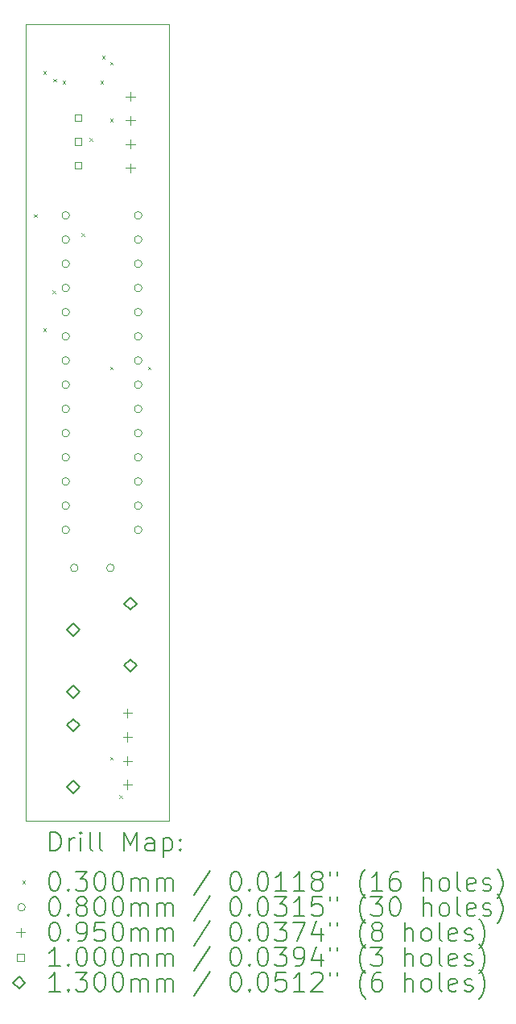
<source format=gbr>
%TF.GenerationSoftware,KiCad,Pcbnew,8.0.3*%
%TF.CreationDate,2025-03-09T15:36:07+05:30*%
%TF.ProjectId,penmouse without charger,70656e6d-6f75-4736-9520-776974686f75,rev?*%
%TF.SameCoordinates,Original*%
%TF.FileFunction,Drillmap*%
%TF.FilePolarity,Positive*%
%FSLAX45Y45*%
G04 Gerber Fmt 4.5, Leading zero omitted, Abs format (unit mm)*
G04 Created by KiCad (PCBNEW 8.0.3) date 2025-03-09 15:36:07*
%MOMM*%
%LPD*%
G01*
G04 APERTURE LIST*
%ADD10C,0.050000*%
%ADD11C,0.200000*%
%ADD12C,0.100000*%
%ADD13C,0.130000*%
G04 APERTURE END LIST*
D10*
X10397000Y-6492000D02*
X11910000Y-6492000D01*
X11910000Y-14857000D01*
X10397000Y-14857000D01*
X10397000Y-6492000D01*
D11*
D12*
X10485000Y-8485000D02*
X10515000Y-8515000D01*
X10515000Y-8485000D02*
X10485000Y-8515000D01*
X10585000Y-6985000D02*
X10615000Y-7015000D01*
X10615000Y-6985000D02*
X10585000Y-7015000D01*
X10585000Y-9685000D02*
X10615000Y-9715000D01*
X10615000Y-9685000D02*
X10585000Y-9715000D01*
X10681671Y-9286110D02*
X10711671Y-9316110D01*
X10711671Y-9286110D02*
X10681671Y-9316110D01*
X10689000Y-7063000D02*
X10719000Y-7093000D01*
X10719000Y-7063000D02*
X10689000Y-7093000D01*
X10785000Y-7085000D02*
X10815000Y-7115000D01*
X10815000Y-7085000D02*
X10785000Y-7115000D01*
X10985000Y-8685000D02*
X11015000Y-8715000D01*
X11015000Y-8685000D02*
X10985000Y-8715000D01*
X11071000Y-7686000D02*
X11101000Y-7716000D01*
X11101000Y-7686000D02*
X11071000Y-7716000D01*
X11185000Y-7085000D02*
X11215000Y-7115000D01*
X11215000Y-7085000D02*
X11185000Y-7115000D01*
X11201000Y-6821000D02*
X11231000Y-6851000D01*
X11231000Y-6821000D02*
X11201000Y-6851000D01*
X11285000Y-6885000D02*
X11315000Y-6915000D01*
X11315000Y-6885000D02*
X11285000Y-6915000D01*
X11285000Y-7485000D02*
X11315000Y-7515000D01*
X11315000Y-7485000D02*
X11285000Y-7515000D01*
X11285000Y-10085000D02*
X11315000Y-10115000D01*
X11315000Y-10085000D02*
X11285000Y-10115000D01*
X11285000Y-14185000D02*
X11315000Y-14215000D01*
X11315000Y-14185000D02*
X11285000Y-14215000D01*
X11385000Y-14585000D02*
X11415000Y-14615000D01*
X11415000Y-14585000D02*
X11385000Y-14615000D01*
X11685000Y-10085000D02*
X11715000Y-10115000D01*
X11715000Y-10085000D02*
X11685000Y-10115000D01*
X10860000Y-8498000D02*
G75*
G02*
X10780000Y-8498000I-40000J0D01*
G01*
X10780000Y-8498000D02*
G75*
G02*
X10860000Y-8498000I40000J0D01*
G01*
X10860000Y-8752000D02*
G75*
G02*
X10780000Y-8752000I-40000J0D01*
G01*
X10780000Y-8752000D02*
G75*
G02*
X10860000Y-8752000I40000J0D01*
G01*
X10860000Y-9006000D02*
G75*
G02*
X10780000Y-9006000I-40000J0D01*
G01*
X10780000Y-9006000D02*
G75*
G02*
X10860000Y-9006000I40000J0D01*
G01*
X10860000Y-9260000D02*
G75*
G02*
X10780000Y-9260000I-40000J0D01*
G01*
X10780000Y-9260000D02*
G75*
G02*
X10860000Y-9260000I40000J0D01*
G01*
X10860000Y-9514000D02*
G75*
G02*
X10780000Y-9514000I-40000J0D01*
G01*
X10780000Y-9514000D02*
G75*
G02*
X10860000Y-9514000I40000J0D01*
G01*
X10860000Y-9768000D02*
G75*
G02*
X10780000Y-9768000I-40000J0D01*
G01*
X10780000Y-9768000D02*
G75*
G02*
X10860000Y-9768000I40000J0D01*
G01*
X10860000Y-10022000D02*
G75*
G02*
X10780000Y-10022000I-40000J0D01*
G01*
X10780000Y-10022000D02*
G75*
G02*
X10860000Y-10022000I40000J0D01*
G01*
X10860000Y-10276000D02*
G75*
G02*
X10780000Y-10276000I-40000J0D01*
G01*
X10780000Y-10276000D02*
G75*
G02*
X10860000Y-10276000I40000J0D01*
G01*
X10860000Y-10530000D02*
G75*
G02*
X10780000Y-10530000I-40000J0D01*
G01*
X10780000Y-10530000D02*
G75*
G02*
X10860000Y-10530000I40000J0D01*
G01*
X10860000Y-10784000D02*
G75*
G02*
X10780000Y-10784000I-40000J0D01*
G01*
X10780000Y-10784000D02*
G75*
G02*
X10860000Y-10784000I40000J0D01*
G01*
X10860000Y-11038000D02*
G75*
G02*
X10780000Y-11038000I-40000J0D01*
G01*
X10780000Y-11038000D02*
G75*
G02*
X10860000Y-11038000I40000J0D01*
G01*
X10860000Y-11292000D02*
G75*
G02*
X10780000Y-11292000I-40000J0D01*
G01*
X10780000Y-11292000D02*
G75*
G02*
X10860000Y-11292000I40000J0D01*
G01*
X10860000Y-11546000D02*
G75*
G02*
X10780000Y-11546000I-40000J0D01*
G01*
X10780000Y-11546000D02*
G75*
G02*
X10860000Y-11546000I40000J0D01*
G01*
X10860000Y-11800000D02*
G75*
G02*
X10780000Y-11800000I-40000J0D01*
G01*
X10780000Y-11800000D02*
G75*
G02*
X10860000Y-11800000I40000J0D01*
G01*
X10950000Y-12200000D02*
G75*
G02*
X10870000Y-12200000I-40000J0D01*
G01*
X10870000Y-12200000D02*
G75*
G02*
X10950000Y-12200000I40000J0D01*
G01*
X11330000Y-12200000D02*
G75*
G02*
X11250000Y-12200000I-40000J0D01*
G01*
X11250000Y-12200000D02*
G75*
G02*
X11330000Y-12200000I40000J0D01*
G01*
X11622000Y-8498000D02*
G75*
G02*
X11542000Y-8498000I-40000J0D01*
G01*
X11542000Y-8498000D02*
G75*
G02*
X11622000Y-8498000I40000J0D01*
G01*
X11622000Y-8752000D02*
G75*
G02*
X11542000Y-8752000I-40000J0D01*
G01*
X11542000Y-8752000D02*
G75*
G02*
X11622000Y-8752000I40000J0D01*
G01*
X11622000Y-9006000D02*
G75*
G02*
X11542000Y-9006000I-40000J0D01*
G01*
X11542000Y-9006000D02*
G75*
G02*
X11622000Y-9006000I40000J0D01*
G01*
X11622000Y-9260000D02*
G75*
G02*
X11542000Y-9260000I-40000J0D01*
G01*
X11542000Y-9260000D02*
G75*
G02*
X11622000Y-9260000I40000J0D01*
G01*
X11622000Y-9514000D02*
G75*
G02*
X11542000Y-9514000I-40000J0D01*
G01*
X11542000Y-9514000D02*
G75*
G02*
X11622000Y-9514000I40000J0D01*
G01*
X11622000Y-9768000D02*
G75*
G02*
X11542000Y-9768000I-40000J0D01*
G01*
X11542000Y-9768000D02*
G75*
G02*
X11622000Y-9768000I40000J0D01*
G01*
X11622000Y-10022000D02*
G75*
G02*
X11542000Y-10022000I-40000J0D01*
G01*
X11542000Y-10022000D02*
G75*
G02*
X11622000Y-10022000I40000J0D01*
G01*
X11622000Y-10276000D02*
G75*
G02*
X11542000Y-10276000I-40000J0D01*
G01*
X11542000Y-10276000D02*
G75*
G02*
X11622000Y-10276000I40000J0D01*
G01*
X11622000Y-10530000D02*
G75*
G02*
X11542000Y-10530000I-40000J0D01*
G01*
X11542000Y-10530000D02*
G75*
G02*
X11622000Y-10530000I40000J0D01*
G01*
X11622000Y-10784000D02*
G75*
G02*
X11542000Y-10784000I-40000J0D01*
G01*
X11542000Y-10784000D02*
G75*
G02*
X11622000Y-10784000I40000J0D01*
G01*
X11622000Y-11038000D02*
G75*
G02*
X11542000Y-11038000I-40000J0D01*
G01*
X11542000Y-11038000D02*
G75*
G02*
X11622000Y-11038000I40000J0D01*
G01*
X11622000Y-11292000D02*
G75*
G02*
X11542000Y-11292000I-40000J0D01*
G01*
X11542000Y-11292000D02*
G75*
G02*
X11622000Y-11292000I40000J0D01*
G01*
X11622000Y-11546000D02*
G75*
G02*
X11542000Y-11546000I-40000J0D01*
G01*
X11542000Y-11546000D02*
G75*
G02*
X11622000Y-11546000I40000J0D01*
G01*
X11622000Y-11800000D02*
G75*
G02*
X11542000Y-11800000I-40000J0D01*
G01*
X11542000Y-11800000D02*
G75*
G02*
X11622000Y-11800000I40000J0D01*
G01*
X11470000Y-13677500D02*
X11470000Y-13772500D01*
X11422500Y-13725000D02*
X11517500Y-13725000D01*
X11470000Y-13927500D02*
X11470000Y-14022500D01*
X11422500Y-13975000D02*
X11517500Y-13975000D01*
X11470000Y-14177500D02*
X11470000Y-14272500D01*
X11422500Y-14225000D02*
X11517500Y-14225000D01*
X11470000Y-14427500D02*
X11470000Y-14522500D01*
X11422500Y-14475000D02*
X11517500Y-14475000D01*
X11500000Y-7202500D02*
X11500000Y-7297500D01*
X11452500Y-7250000D02*
X11547500Y-7250000D01*
X11500000Y-7452500D02*
X11500000Y-7547500D01*
X11452500Y-7500000D02*
X11547500Y-7500000D01*
X11500000Y-7702500D02*
X11500000Y-7797500D01*
X11452500Y-7750000D02*
X11547500Y-7750000D01*
X11500000Y-7952500D02*
X11500000Y-8047500D01*
X11452500Y-8000000D02*
X11547500Y-8000000D01*
X10983356Y-7509356D02*
X10983356Y-7438644D01*
X10912644Y-7438644D01*
X10912644Y-7509356D01*
X10983356Y-7509356D01*
X10983356Y-7759356D02*
X10983356Y-7688644D01*
X10912644Y-7688644D01*
X10912644Y-7759356D01*
X10983356Y-7759356D01*
X10983356Y-8009356D02*
X10983356Y-7938644D01*
X10912644Y-7938644D01*
X10912644Y-8009356D01*
X10983356Y-8009356D01*
D13*
X10900000Y-12915000D02*
X10965000Y-12850000D01*
X10900000Y-12785000D01*
X10835000Y-12850000D01*
X10900000Y-12915000D01*
X10900000Y-13565000D02*
X10965000Y-13500000D01*
X10900000Y-13435000D01*
X10835000Y-13500000D01*
X10900000Y-13565000D01*
X10900000Y-13915000D02*
X10965000Y-13850000D01*
X10900000Y-13785000D01*
X10835000Y-13850000D01*
X10900000Y-13915000D01*
X10900000Y-14565000D02*
X10965000Y-14500000D01*
X10900000Y-14435000D01*
X10835000Y-14500000D01*
X10900000Y-14565000D01*
X11500000Y-12640000D02*
X11565000Y-12575000D01*
X11500000Y-12510000D01*
X11435000Y-12575000D01*
X11500000Y-12640000D01*
X11500000Y-13290000D02*
X11565000Y-13225000D01*
X11500000Y-13160000D01*
X11435000Y-13225000D01*
X11500000Y-13290000D01*
D11*
X10655277Y-15170984D02*
X10655277Y-14970984D01*
X10655277Y-14970984D02*
X10702896Y-14970984D01*
X10702896Y-14970984D02*
X10731467Y-14980508D01*
X10731467Y-14980508D02*
X10750515Y-14999555D01*
X10750515Y-14999555D02*
X10760039Y-15018603D01*
X10760039Y-15018603D02*
X10769563Y-15056698D01*
X10769563Y-15056698D02*
X10769563Y-15085269D01*
X10769563Y-15085269D02*
X10760039Y-15123365D01*
X10760039Y-15123365D02*
X10750515Y-15142412D01*
X10750515Y-15142412D02*
X10731467Y-15161460D01*
X10731467Y-15161460D02*
X10702896Y-15170984D01*
X10702896Y-15170984D02*
X10655277Y-15170984D01*
X10855277Y-15170984D02*
X10855277Y-15037650D01*
X10855277Y-15075746D02*
X10864801Y-15056698D01*
X10864801Y-15056698D02*
X10874324Y-15047174D01*
X10874324Y-15047174D02*
X10893372Y-15037650D01*
X10893372Y-15037650D02*
X10912420Y-15037650D01*
X10979086Y-15170984D02*
X10979086Y-15037650D01*
X10979086Y-14970984D02*
X10969563Y-14980508D01*
X10969563Y-14980508D02*
X10979086Y-14990031D01*
X10979086Y-14990031D02*
X10988610Y-14980508D01*
X10988610Y-14980508D02*
X10979086Y-14970984D01*
X10979086Y-14970984D02*
X10979086Y-14990031D01*
X11102896Y-15170984D02*
X11083848Y-15161460D01*
X11083848Y-15161460D02*
X11074324Y-15142412D01*
X11074324Y-15142412D02*
X11074324Y-14970984D01*
X11207658Y-15170984D02*
X11188610Y-15161460D01*
X11188610Y-15161460D02*
X11179086Y-15142412D01*
X11179086Y-15142412D02*
X11179086Y-14970984D01*
X11436229Y-15170984D02*
X11436229Y-14970984D01*
X11436229Y-14970984D02*
X11502896Y-15113841D01*
X11502896Y-15113841D02*
X11569562Y-14970984D01*
X11569562Y-14970984D02*
X11569562Y-15170984D01*
X11750515Y-15170984D02*
X11750515Y-15066222D01*
X11750515Y-15066222D02*
X11740991Y-15047174D01*
X11740991Y-15047174D02*
X11721943Y-15037650D01*
X11721943Y-15037650D02*
X11683848Y-15037650D01*
X11683848Y-15037650D02*
X11664801Y-15047174D01*
X11750515Y-15161460D02*
X11731467Y-15170984D01*
X11731467Y-15170984D02*
X11683848Y-15170984D01*
X11683848Y-15170984D02*
X11664801Y-15161460D01*
X11664801Y-15161460D02*
X11655277Y-15142412D01*
X11655277Y-15142412D02*
X11655277Y-15123365D01*
X11655277Y-15123365D02*
X11664801Y-15104317D01*
X11664801Y-15104317D02*
X11683848Y-15094793D01*
X11683848Y-15094793D02*
X11731467Y-15094793D01*
X11731467Y-15094793D02*
X11750515Y-15085269D01*
X11845753Y-15037650D02*
X11845753Y-15237650D01*
X11845753Y-15047174D02*
X11864801Y-15037650D01*
X11864801Y-15037650D02*
X11902896Y-15037650D01*
X11902896Y-15037650D02*
X11921943Y-15047174D01*
X11921943Y-15047174D02*
X11931467Y-15056698D01*
X11931467Y-15056698D02*
X11940991Y-15075746D01*
X11940991Y-15075746D02*
X11940991Y-15132888D01*
X11940991Y-15132888D02*
X11931467Y-15151936D01*
X11931467Y-15151936D02*
X11921943Y-15161460D01*
X11921943Y-15161460D02*
X11902896Y-15170984D01*
X11902896Y-15170984D02*
X11864801Y-15170984D01*
X11864801Y-15170984D02*
X11845753Y-15161460D01*
X12026705Y-15151936D02*
X12036229Y-15161460D01*
X12036229Y-15161460D02*
X12026705Y-15170984D01*
X12026705Y-15170984D02*
X12017182Y-15161460D01*
X12017182Y-15161460D02*
X12026705Y-15151936D01*
X12026705Y-15151936D02*
X12026705Y-15170984D01*
X12026705Y-15047174D02*
X12036229Y-15056698D01*
X12036229Y-15056698D02*
X12026705Y-15066222D01*
X12026705Y-15066222D02*
X12017182Y-15056698D01*
X12017182Y-15056698D02*
X12026705Y-15047174D01*
X12026705Y-15047174D02*
X12026705Y-15066222D01*
D12*
X10364500Y-15484500D02*
X10394500Y-15514500D01*
X10394500Y-15484500D02*
X10364500Y-15514500D01*
D11*
X10693372Y-15390984D02*
X10712420Y-15390984D01*
X10712420Y-15390984D02*
X10731467Y-15400508D01*
X10731467Y-15400508D02*
X10740991Y-15410031D01*
X10740991Y-15410031D02*
X10750515Y-15429079D01*
X10750515Y-15429079D02*
X10760039Y-15467174D01*
X10760039Y-15467174D02*
X10760039Y-15514793D01*
X10760039Y-15514793D02*
X10750515Y-15552888D01*
X10750515Y-15552888D02*
X10740991Y-15571936D01*
X10740991Y-15571936D02*
X10731467Y-15581460D01*
X10731467Y-15581460D02*
X10712420Y-15590984D01*
X10712420Y-15590984D02*
X10693372Y-15590984D01*
X10693372Y-15590984D02*
X10674324Y-15581460D01*
X10674324Y-15581460D02*
X10664801Y-15571936D01*
X10664801Y-15571936D02*
X10655277Y-15552888D01*
X10655277Y-15552888D02*
X10645753Y-15514793D01*
X10645753Y-15514793D02*
X10645753Y-15467174D01*
X10645753Y-15467174D02*
X10655277Y-15429079D01*
X10655277Y-15429079D02*
X10664801Y-15410031D01*
X10664801Y-15410031D02*
X10674324Y-15400508D01*
X10674324Y-15400508D02*
X10693372Y-15390984D01*
X10845753Y-15571936D02*
X10855277Y-15581460D01*
X10855277Y-15581460D02*
X10845753Y-15590984D01*
X10845753Y-15590984D02*
X10836229Y-15581460D01*
X10836229Y-15581460D02*
X10845753Y-15571936D01*
X10845753Y-15571936D02*
X10845753Y-15590984D01*
X10921944Y-15390984D02*
X11045753Y-15390984D01*
X11045753Y-15390984D02*
X10979086Y-15467174D01*
X10979086Y-15467174D02*
X11007658Y-15467174D01*
X11007658Y-15467174D02*
X11026705Y-15476698D01*
X11026705Y-15476698D02*
X11036229Y-15486222D01*
X11036229Y-15486222D02*
X11045753Y-15505269D01*
X11045753Y-15505269D02*
X11045753Y-15552888D01*
X11045753Y-15552888D02*
X11036229Y-15571936D01*
X11036229Y-15571936D02*
X11026705Y-15581460D01*
X11026705Y-15581460D02*
X11007658Y-15590984D01*
X11007658Y-15590984D02*
X10950515Y-15590984D01*
X10950515Y-15590984D02*
X10931467Y-15581460D01*
X10931467Y-15581460D02*
X10921944Y-15571936D01*
X11169563Y-15390984D02*
X11188610Y-15390984D01*
X11188610Y-15390984D02*
X11207658Y-15400508D01*
X11207658Y-15400508D02*
X11217182Y-15410031D01*
X11217182Y-15410031D02*
X11226705Y-15429079D01*
X11226705Y-15429079D02*
X11236229Y-15467174D01*
X11236229Y-15467174D02*
X11236229Y-15514793D01*
X11236229Y-15514793D02*
X11226705Y-15552888D01*
X11226705Y-15552888D02*
X11217182Y-15571936D01*
X11217182Y-15571936D02*
X11207658Y-15581460D01*
X11207658Y-15581460D02*
X11188610Y-15590984D01*
X11188610Y-15590984D02*
X11169563Y-15590984D01*
X11169563Y-15590984D02*
X11150515Y-15581460D01*
X11150515Y-15581460D02*
X11140991Y-15571936D01*
X11140991Y-15571936D02*
X11131467Y-15552888D01*
X11131467Y-15552888D02*
X11121944Y-15514793D01*
X11121944Y-15514793D02*
X11121944Y-15467174D01*
X11121944Y-15467174D02*
X11131467Y-15429079D01*
X11131467Y-15429079D02*
X11140991Y-15410031D01*
X11140991Y-15410031D02*
X11150515Y-15400508D01*
X11150515Y-15400508D02*
X11169563Y-15390984D01*
X11360039Y-15390984D02*
X11379086Y-15390984D01*
X11379086Y-15390984D02*
X11398134Y-15400508D01*
X11398134Y-15400508D02*
X11407658Y-15410031D01*
X11407658Y-15410031D02*
X11417182Y-15429079D01*
X11417182Y-15429079D02*
X11426705Y-15467174D01*
X11426705Y-15467174D02*
X11426705Y-15514793D01*
X11426705Y-15514793D02*
X11417182Y-15552888D01*
X11417182Y-15552888D02*
X11407658Y-15571936D01*
X11407658Y-15571936D02*
X11398134Y-15581460D01*
X11398134Y-15581460D02*
X11379086Y-15590984D01*
X11379086Y-15590984D02*
X11360039Y-15590984D01*
X11360039Y-15590984D02*
X11340991Y-15581460D01*
X11340991Y-15581460D02*
X11331467Y-15571936D01*
X11331467Y-15571936D02*
X11321943Y-15552888D01*
X11321943Y-15552888D02*
X11312420Y-15514793D01*
X11312420Y-15514793D02*
X11312420Y-15467174D01*
X11312420Y-15467174D02*
X11321943Y-15429079D01*
X11321943Y-15429079D02*
X11331467Y-15410031D01*
X11331467Y-15410031D02*
X11340991Y-15400508D01*
X11340991Y-15400508D02*
X11360039Y-15390984D01*
X11512420Y-15590984D02*
X11512420Y-15457650D01*
X11512420Y-15476698D02*
X11521943Y-15467174D01*
X11521943Y-15467174D02*
X11540991Y-15457650D01*
X11540991Y-15457650D02*
X11569563Y-15457650D01*
X11569563Y-15457650D02*
X11588610Y-15467174D01*
X11588610Y-15467174D02*
X11598134Y-15486222D01*
X11598134Y-15486222D02*
X11598134Y-15590984D01*
X11598134Y-15486222D02*
X11607658Y-15467174D01*
X11607658Y-15467174D02*
X11626705Y-15457650D01*
X11626705Y-15457650D02*
X11655277Y-15457650D01*
X11655277Y-15457650D02*
X11674324Y-15467174D01*
X11674324Y-15467174D02*
X11683848Y-15486222D01*
X11683848Y-15486222D02*
X11683848Y-15590984D01*
X11779086Y-15590984D02*
X11779086Y-15457650D01*
X11779086Y-15476698D02*
X11788610Y-15467174D01*
X11788610Y-15467174D02*
X11807658Y-15457650D01*
X11807658Y-15457650D02*
X11836229Y-15457650D01*
X11836229Y-15457650D02*
X11855277Y-15467174D01*
X11855277Y-15467174D02*
X11864801Y-15486222D01*
X11864801Y-15486222D02*
X11864801Y-15590984D01*
X11864801Y-15486222D02*
X11874324Y-15467174D01*
X11874324Y-15467174D02*
X11893372Y-15457650D01*
X11893372Y-15457650D02*
X11921943Y-15457650D01*
X11921943Y-15457650D02*
X11940991Y-15467174D01*
X11940991Y-15467174D02*
X11950515Y-15486222D01*
X11950515Y-15486222D02*
X11950515Y-15590984D01*
X12340991Y-15381460D02*
X12169563Y-15638603D01*
X12598134Y-15390984D02*
X12617182Y-15390984D01*
X12617182Y-15390984D02*
X12636229Y-15400508D01*
X12636229Y-15400508D02*
X12645753Y-15410031D01*
X12645753Y-15410031D02*
X12655277Y-15429079D01*
X12655277Y-15429079D02*
X12664801Y-15467174D01*
X12664801Y-15467174D02*
X12664801Y-15514793D01*
X12664801Y-15514793D02*
X12655277Y-15552888D01*
X12655277Y-15552888D02*
X12645753Y-15571936D01*
X12645753Y-15571936D02*
X12636229Y-15581460D01*
X12636229Y-15581460D02*
X12617182Y-15590984D01*
X12617182Y-15590984D02*
X12598134Y-15590984D01*
X12598134Y-15590984D02*
X12579086Y-15581460D01*
X12579086Y-15581460D02*
X12569563Y-15571936D01*
X12569563Y-15571936D02*
X12560039Y-15552888D01*
X12560039Y-15552888D02*
X12550515Y-15514793D01*
X12550515Y-15514793D02*
X12550515Y-15467174D01*
X12550515Y-15467174D02*
X12560039Y-15429079D01*
X12560039Y-15429079D02*
X12569563Y-15410031D01*
X12569563Y-15410031D02*
X12579086Y-15400508D01*
X12579086Y-15400508D02*
X12598134Y-15390984D01*
X12750515Y-15571936D02*
X12760039Y-15581460D01*
X12760039Y-15581460D02*
X12750515Y-15590984D01*
X12750515Y-15590984D02*
X12740991Y-15581460D01*
X12740991Y-15581460D02*
X12750515Y-15571936D01*
X12750515Y-15571936D02*
X12750515Y-15590984D01*
X12883848Y-15390984D02*
X12902896Y-15390984D01*
X12902896Y-15390984D02*
X12921944Y-15400508D01*
X12921944Y-15400508D02*
X12931467Y-15410031D01*
X12931467Y-15410031D02*
X12940991Y-15429079D01*
X12940991Y-15429079D02*
X12950515Y-15467174D01*
X12950515Y-15467174D02*
X12950515Y-15514793D01*
X12950515Y-15514793D02*
X12940991Y-15552888D01*
X12940991Y-15552888D02*
X12931467Y-15571936D01*
X12931467Y-15571936D02*
X12921944Y-15581460D01*
X12921944Y-15581460D02*
X12902896Y-15590984D01*
X12902896Y-15590984D02*
X12883848Y-15590984D01*
X12883848Y-15590984D02*
X12864801Y-15581460D01*
X12864801Y-15581460D02*
X12855277Y-15571936D01*
X12855277Y-15571936D02*
X12845753Y-15552888D01*
X12845753Y-15552888D02*
X12836229Y-15514793D01*
X12836229Y-15514793D02*
X12836229Y-15467174D01*
X12836229Y-15467174D02*
X12845753Y-15429079D01*
X12845753Y-15429079D02*
X12855277Y-15410031D01*
X12855277Y-15410031D02*
X12864801Y-15400508D01*
X12864801Y-15400508D02*
X12883848Y-15390984D01*
X13140991Y-15590984D02*
X13026706Y-15590984D01*
X13083848Y-15590984D02*
X13083848Y-15390984D01*
X13083848Y-15390984D02*
X13064801Y-15419555D01*
X13064801Y-15419555D02*
X13045753Y-15438603D01*
X13045753Y-15438603D02*
X13026706Y-15448127D01*
X13331467Y-15590984D02*
X13217182Y-15590984D01*
X13274325Y-15590984D02*
X13274325Y-15390984D01*
X13274325Y-15390984D02*
X13255277Y-15419555D01*
X13255277Y-15419555D02*
X13236229Y-15438603D01*
X13236229Y-15438603D02*
X13217182Y-15448127D01*
X13445753Y-15476698D02*
X13426706Y-15467174D01*
X13426706Y-15467174D02*
X13417182Y-15457650D01*
X13417182Y-15457650D02*
X13407658Y-15438603D01*
X13407658Y-15438603D02*
X13407658Y-15429079D01*
X13407658Y-15429079D02*
X13417182Y-15410031D01*
X13417182Y-15410031D02*
X13426706Y-15400508D01*
X13426706Y-15400508D02*
X13445753Y-15390984D01*
X13445753Y-15390984D02*
X13483848Y-15390984D01*
X13483848Y-15390984D02*
X13502896Y-15400508D01*
X13502896Y-15400508D02*
X13512420Y-15410031D01*
X13512420Y-15410031D02*
X13521944Y-15429079D01*
X13521944Y-15429079D02*
X13521944Y-15438603D01*
X13521944Y-15438603D02*
X13512420Y-15457650D01*
X13512420Y-15457650D02*
X13502896Y-15467174D01*
X13502896Y-15467174D02*
X13483848Y-15476698D01*
X13483848Y-15476698D02*
X13445753Y-15476698D01*
X13445753Y-15476698D02*
X13426706Y-15486222D01*
X13426706Y-15486222D02*
X13417182Y-15495746D01*
X13417182Y-15495746D02*
X13407658Y-15514793D01*
X13407658Y-15514793D02*
X13407658Y-15552888D01*
X13407658Y-15552888D02*
X13417182Y-15571936D01*
X13417182Y-15571936D02*
X13426706Y-15581460D01*
X13426706Y-15581460D02*
X13445753Y-15590984D01*
X13445753Y-15590984D02*
X13483848Y-15590984D01*
X13483848Y-15590984D02*
X13502896Y-15581460D01*
X13502896Y-15581460D02*
X13512420Y-15571936D01*
X13512420Y-15571936D02*
X13521944Y-15552888D01*
X13521944Y-15552888D02*
X13521944Y-15514793D01*
X13521944Y-15514793D02*
X13512420Y-15495746D01*
X13512420Y-15495746D02*
X13502896Y-15486222D01*
X13502896Y-15486222D02*
X13483848Y-15476698D01*
X13598134Y-15390984D02*
X13598134Y-15429079D01*
X13674325Y-15390984D02*
X13674325Y-15429079D01*
X13969563Y-15667174D02*
X13960039Y-15657650D01*
X13960039Y-15657650D02*
X13940991Y-15629079D01*
X13940991Y-15629079D02*
X13931468Y-15610031D01*
X13931468Y-15610031D02*
X13921944Y-15581460D01*
X13921944Y-15581460D02*
X13912420Y-15533841D01*
X13912420Y-15533841D02*
X13912420Y-15495746D01*
X13912420Y-15495746D02*
X13921944Y-15448127D01*
X13921944Y-15448127D02*
X13931468Y-15419555D01*
X13931468Y-15419555D02*
X13940991Y-15400508D01*
X13940991Y-15400508D02*
X13960039Y-15371936D01*
X13960039Y-15371936D02*
X13969563Y-15362412D01*
X14150515Y-15590984D02*
X14036229Y-15590984D01*
X14093372Y-15590984D02*
X14093372Y-15390984D01*
X14093372Y-15390984D02*
X14074325Y-15419555D01*
X14074325Y-15419555D02*
X14055277Y-15438603D01*
X14055277Y-15438603D02*
X14036229Y-15448127D01*
X14321944Y-15390984D02*
X14283848Y-15390984D01*
X14283848Y-15390984D02*
X14264801Y-15400508D01*
X14264801Y-15400508D02*
X14255277Y-15410031D01*
X14255277Y-15410031D02*
X14236229Y-15438603D01*
X14236229Y-15438603D02*
X14226706Y-15476698D01*
X14226706Y-15476698D02*
X14226706Y-15552888D01*
X14226706Y-15552888D02*
X14236229Y-15571936D01*
X14236229Y-15571936D02*
X14245753Y-15581460D01*
X14245753Y-15581460D02*
X14264801Y-15590984D01*
X14264801Y-15590984D02*
X14302896Y-15590984D01*
X14302896Y-15590984D02*
X14321944Y-15581460D01*
X14321944Y-15581460D02*
X14331468Y-15571936D01*
X14331468Y-15571936D02*
X14340991Y-15552888D01*
X14340991Y-15552888D02*
X14340991Y-15505269D01*
X14340991Y-15505269D02*
X14331468Y-15486222D01*
X14331468Y-15486222D02*
X14321944Y-15476698D01*
X14321944Y-15476698D02*
X14302896Y-15467174D01*
X14302896Y-15467174D02*
X14264801Y-15467174D01*
X14264801Y-15467174D02*
X14245753Y-15476698D01*
X14245753Y-15476698D02*
X14236229Y-15486222D01*
X14236229Y-15486222D02*
X14226706Y-15505269D01*
X14579087Y-15590984D02*
X14579087Y-15390984D01*
X14664801Y-15590984D02*
X14664801Y-15486222D01*
X14664801Y-15486222D02*
X14655277Y-15467174D01*
X14655277Y-15467174D02*
X14636230Y-15457650D01*
X14636230Y-15457650D02*
X14607658Y-15457650D01*
X14607658Y-15457650D02*
X14588610Y-15467174D01*
X14588610Y-15467174D02*
X14579087Y-15476698D01*
X14788610Y-15590984D02*
X14769563Y-15581460D01*
X14769563Y-15581460D02*
X14760039Y-15571936D01*
X14760039Y-15571936D02*
X14750515Y-15552888D01*
X14750515Y-15552888D02*
X14750515Y-15495746D01*
X14750515Y-15495746D02*
X14760039Y-15476698D01*
X14760039Y-15476698D02*
X14769563Y-15467174D01*
X14769563Y-15467174D02*
X14788610Y-15457650D01*
X14788610Y-15457650D02*
X14817182Y-15457650D01*
X14817182Y-15457650D02*
X14836230Y-15467174D01*
X14836230Y-15467174D02*
X14845753Y-15476698D01*
X14845753Y-15476698D02*
X14855277Y-15495746D01*
X14855277Y-15495746D02*
X14855277Y-15552888D01*
X14855277Y-15552888D02*
X14845753Y-15571936D01*
X14845753Y-15571936D02*
X14836230Y-15581460D01*
X14836230Y-15581460D02*
X14817182Y-15590984D01*
X14817182Y-15590984D02*
X14788610Y-15590984D01*
X14969563Y-15590984D02*
X14950515Y-15581460D01*
X14950515Y-15581460D02*
X14940991Y-15562412D01*
X14940991Y-15562412D02*
X14940991Y-15390984D01*
X15121944Y-15581460D02*
X15102896Y-15590984D01*
X15102896Y-15590984D02*
X15064801Y-15590984D01*
X15064801Y-15590984D02*
X15045753Y-15581460D01*
X15045753Y-15581460D02*
X15036230Y-15562412D01*
X15036230Y-15562412D02*
X15036230Y-15486222D01*
X15036230Y-15486222D02*
X15045753Y-15467174D01*
X15045753Y-15467174D02*
X15064801Y-15457650D01*
X15064801Y-15457650D02*
X15102896Y-15457650D01*
X15102896Y-15457650D02*
X15121944Y-15467174D01*
X15121944Y-15467174D02*
X15131468Y-15486222D01*
X15131468Y-15486222D02*
X15131468Y-15505269D01*
X15131468Y-15505269D02*
X15036230Y-15524317D01*
X15207658Y-15581460D02*
X15226706Y-15590984D01*
X15226706Y-15590984D02*
X15264801Y-15590984D01*
X15264801Y-15590984D02*
X15283849Y-15581460D01*
X15283849Y-15581460D02*
X15293372Y-15562412D01*
X15293372Y-15562412D02*
X15293372Y-15552888D01*
X15293372Y-15552888D02*
X15283849Y-15533841D01*
X15283849Y-15533841D02*
X15264801Y-15524317D01*
X15264801Y-15524317D02*
X15236230Y-15524317D01*
X15236230Y-15524317D02*
X15217182Y-15514793D01*
X15217182Y-15514793D02*
X15207658Y-15495746D01*
X15207658Y-15495746D02*
X15207658Y-15486222D01*
X15207658Y-15486222D02*
X15217182Y-15467174D01*
X15217182Y-15467174D02*
X15236230Y-15457650D01*
X15236230Y-15457650D02*
X15264801Y-15457650D01*
X15264801Y-15457650D02*
X15283849Y-15467174D01*
X15360039Y-15667174D02*
X15369563Y-15657650D01*
X15369563Y-15657650D02*
X15388611Y-15629079D01*
X15388611Y-15629079D02*
X15398134Y-15610031D01*
X15398134Y-15610031D02*
X15407658Y-15581460D01*
X15407658Y-15581460D02*
X15417182Y-15533841D01*
X15417182Y-15533841D02*
X15417182Y-15495746D01*
X15417182Y-15495746D02*
X15407658Y-15448127D01*
X15407658Y-15448127D02*
X15398134Y-15419555D01*
X15398134Y-15419555D02*
X15388611Y-15400508D01*
X15388611Y-15400508D02*
X15369563Y-15371936D01*
X15369563Y-15371936D02*
X15360039Y-15362412D01*
D12*
X10394500Y-15763500D02*
G75*
G02*
X10314500Y-15763500I-40000J0D01*
G01*
X10314500Y-15763500D02*
G75*
G02*
X10394500Y-15763500I40000J0D01*
G01*
D11*
X10693372Y-15654984D02*
X10712420Y-15654984D01*
X10712420Y-15654984D02*
X10731467Y-15664508D01*
X10731467Y-15664508D02*
X10740991Y-15674031D01*
X10740991Y-15674031D02*
X10750515Y-15693079D01*
X10750515Y-15693079D02*
X10760039Y-15731174D01*
X10760039Y-15731174D02*
X10760039Y-15778793D01*
X10760039Y-15778793D02*
X10750515Y-15816888D01*
X10750515Y-15816888D02*
X10740991Y-15835936D01*
X10740991Y-15835936D02*
X10731467Y-15845460D01*
X10731467Y-15845460D02*
X10712420Y-15854984D01*
X10712420Y-15854984D02*
X10693372Y-15854984D01*
X10693372Y-15854984D02*
X10674324Y-15845460D01*
X10674324Y-15845460D02*
X10664801Y-15835936D01*
X10664801Y-15835936D02*
X10655277Y-15816888D01*
X10655277Y-15816888D02*
X10645753Y-15778793D01*
X10645753Y-15778793D02*
X10645753Y-15731174D01*
X10645753Y-15731174D02*
X10655277Y-15693079D01*
X10655277Y-15693079D02*
X10664801Y-15674031D01*
X10664801Y-15674031D02*
X10674324Y-15664508D01*
X10674324Y-15664508D02*
X10693372Y-15654984D01*
X10845753Y-15835936D02*
X10855277Y-15845460D01*
X10855277Y-15845460D02*
X10845753Y-15854984D01*
X10845753Y-15854984D02*
X10836229Y-15845460D01*
X10836229Y-15845460D02*
X10845753Y-15835936D01*
X10845753Y-15835936D02*
X10845753Y-15854984D01*
X10969563Y-15740698D02*
X10950515Y-15731174D01*
X10950515Y-15731174D02*
X10940991Y-15721650D01*
X10940991Y-15721650D02*
X10931467Y-15702603D01*
X10931467Y-15702603D02*
X10931467Y-15693079D01*
X10931467Y-15693079D02*
X10940991Y-15674031D01*
X10940991Y-15674031D02*
X10950515Y-15664508D01*
X10950515Y-15664508D02*
X10969563Y-15654984D01*
X10969563Y-15654984D02*
X11007658Y-15654984D01*
X11007658Y-15654984D02*
X11026705Y-15664508D01*
X11026705Y-15664508D02*
X11036229Y-15674031D01*
X11036229Y-15674031D02*
X11045753Y-15693079D01*
X11045753Y-15693079D02*
X11045753Y-15702603D01*
X11045753Y-15702603D02*
X11036229Y-15721650D01*
X11036229Y-15721650D02*
X11026705Y-15731174D01*
X11026705Y-15731174D02*
X11007658Y-15740698D01*
X11007658Y-15740698D02*
X10969563Y-15740698D01*
X10969563Y-15740698D02*
X10950515Y-15750222D01*
X10950515Y-15750222D02*
X10940991Y-15759746D01*
X10940991Y-15759746D02*
X10931467Y-15778793D01*
X10931467Y-15778793D02*
X10931467Y-15816888D01*
X10931467Y-15816888D02*
X10940991Y-15835936D01*
X10940991Y-15835936D02*
X10950515Y-15845460D01*
X10950515Y-15845460D02*
X10969563Y-15854984D01*
X10969563Y-15854984D02*
X11007658Y-15854984D01*
X11007658Y-15854984D02*
X11026705Y-15845460D01*
X11026705Y-15845460D02*
X11036229Y-15835936D01*
X11036229Y-15835936D02*
X11045753Y-15816888D01*
X11045753Y-15816888D02*
X11045753Y-15778793D01*
X11045753Y-15778793D02*
X11036229Y-15759746D01*
X11036229Y-15759746D02*
X11026705Y-15750222D01*
X11026705Y-15750222D02*
X11007658Y-15740698D01*
X11169563Y-15654984D02*
X11188610Y-15654984D01*
X11188610Y-15654984D02*
X11207658Y-15664508D01*
X11207658Y-15664508D02*
X11217182Y-15674031D01*
X11217182Y-15674031D02*
X11226705Y-15693079D01*
X11226705Y-15693079D02*
X11236229Y-15731174D01*
X11236229Y-15731174D02*
X11236229Y-15778793D01*
X11236229Y-15778793D02*
X11226705Y-15816888D01*
X11226705Y-15816888D02*
X11217182Y-15835936D01*
X11217182Y-15835936D02*
X11207658Y-15845460D01*
X11207658Y-15845460D02*
X11188610Y-15854984D01*
X11188610Y-15854984D02*
X11169563Y-15854984D01*
X11169563Y-15854984D02*
X11150515Y-15845460D01*
X11150515Y-15845460D02*
X11140991Y-15835936D01*
X11140991Y-15835936D02*
X11131467Y-15816888D01*
X11131467Y-15816888D02*
X11121944Y-15778793D01*
X11121944Y-15778793D02*
X11121944Y-15731174D01*
X11121944Y-15731174D02*
X11131467Y-15693079D01*
X11131467Y-15693079D02*
X11140991Y-15674031D01*
X11140991Y-15674031D02*
X11150515Y-15664508D01*
X11150515Y-15664508D02*
X11169563Y-15654984D01*
X11360039Y-15654984D02*
X11379086Y-15654984D01*
X11379086Y-15654984D02*
X11398134Y-15664508D01*
X11398134Y-15664508D02*
X11407658Y-15674031D01*
X11407658Y-15674031D02*
X11417182Y-15693079D01*
X11417182Y-15693079D02*
X11426705Y-15731174D01*
X11426705Y-15731174D02*
X11426705Y-15778793D01*
X11426705Y-15778793D02*
X11417182Y-15816888D01*
X11417182Y-15816888D02*
X11407658Y-15835936D01*
X11407658Y-15835936D02*
X11398134Y-15845460D01*
X11398134Y-15845460D02*
X11379086Y-15854984D01*
X11379086Y-15854984D02*
X11360039Y-15854984D01*
X11360039Y-15854984D02*
X11340991Y-15845460D01*
X11340991Y-15845460D02*
X11331467Y-15835936D01*
X11331467Y-15835936D02*
X11321943Y-15816888D01*
X11321943Y-15816888D02*
X11312420Y-15778793D01*
X11312420Y-15778793D02*
X11312420Y-15731174D01*
X11312420Y-15731174D02*
X11321943Y-15693079D01*
X11321943Y-15693079D02*
X11331467Y-15674031D01*
X11331467Y-15674031D02*
X11340991Y-15664508D01*
X11340991Y-15664508D02*
X11360039Y-15654984D01*
X11512420Y-15854984D02*
X11512420Y-15721650D01*
X11512420Y-15740698D02*
X11521943Y-15731174D01*
X11521943Y-15731174D02*
X11540991Y-15721650D01*
X11540991Y-15721650D02*
X11569563Y-15721650D01*
X11569563Y-15721650D02*
X11588610Y-15731174D01*
X11588610Y-15731174D02*
X11598134Y-15750222D01*
X11598134Y-15750222D02*
X11598134Y-15854984D01*
X11598134Y-15750222D02*
X11607658Y-15731174D01*
X11607658Y-15731174D02*
X11626705Y-15721650D01*
X11626705Y-15721650D02*
X11655277Y-15721650D01*
X11655277Y-15721650D02*
X11674324Y-15731174D01*
X11674324Y-15731174D02*
X11683848Y-15750222D01*
X11683848Y-15750222D02*
X11683848Y-15854984D01*
X11779086Y-15854984D02*
X11779086Y-15721650D01*
X11779086Y-15740698D02*
X11788610Y-15731174D01*
X11788610Y-15731174D02*
X11807658Y-15721650D01*
X11807658Y-15721650D02*
X11836229Y-15721650D01*
X11836229Y-15721650D02*
X11855277Y-15731174D01*
X11855277Y-15731174D02*
X11864801Y-15750222D01*
X11864801Y-15750222D02*
X11864801Y-15854984D01*
X11864801Y-15750222D02*
X11874324Y-15731174D01*
X11874324Y-15731174D02*
X11893372Y-15721650D01*
X11893372Y-15721650D02*
X11921943Y-15721650D01*
X11921943Y-15721650D02*
X11940991Y-15731174D01*
X11940991Y-15731174D02*
X11950515Y-15750222D01*
X11950515Y-15750222D02*
X11950515Y-15854984D01*
X12340991Y-15645460D02*
X12169563Y-15902603D01*
X12598134Y-15654984D02*
X12617182Y-15654984D01*
X12617182Y-15654984D02*
X12636229Y-15664508D01*
X12636229Y-15664508D02*
X12645753Y-15674031D01*
X12645753Y-15674031D02*
X12655277Y-15693079D01*
X12655277Y-15693079D02*
X12664801Y-15731174D01*
X12664801Y-15731174D02*
X12664801Y-15778793D01*
X12664801Y-15778793D02*
X12655277Y-15816888D01*
X12655277Y-15816888D02*
X12645753Y-15835936D01*
X12645753Y-15835936D02*
X12636229Y-15845460D01*
X12636229Y-15845460D02*
X12617182Y-15854984D01*
X12617182Y-15854984D02*
X12598134Y-15854984D01*
X12598134Y-15854984D02*
X12579086Y-15845460D01*
X12579086Y-15845460D02*
X12569563Y-15835936D01*
X12569563Y-15835936D02*
X12560039Y-15816888D01*
X12560039Y-15816888D02*
X12550515Y-15778793D01*
X12550515Y-15778793D02*
X12550515Y-15731174D01*
X12550515Y-15731174D02*
X12560039Y-15693079D01*
X12560039Y-15693079D02*
X12569563Y-15674031D01*
X12569563Y-15674031D02*
X12579086Y-15664508D01*
X12579086Y-15664508D02*
X12598134Y-15654984D01*
X12750515Y-15835936D02*
X12760039Y-15845460D01*
X12760039Y-15845460D02*
X12750515Y-15854984D01*
X12750515Y-15854984D02*
X12740991Y-15845460D01*
X12740991Y-15845460D02*
X12750515Y-15835936D01*
X12750515Y-15835936D02*
X12750515Y-15854984D01*
X12883848Y-15654984D02*
X12902896Y-15654984D01*
X12902896Y-15654984D02*
X12921944Y-15664508D01*
X12921944Y-15664508D02*
X12931467Y-15674031D01*
X12931467Y-15674031D02*
X12940991Y-15693079D01*
X12940991Y-15693079D02*
X12950515Y-15731174D01*
X12950515Y-15731174D02*
X12950515Y-15778793D01*
X12950515Y-15778793D02*
X12940991Y-15816888D01*
X12940991Y-15816888D02*
X12931467Y-15835936D01*
X12931467Y-15835936D02*
X12921944Y-15845460D01*
X12921944Y-15845460D02*
X12902896Y-15854984D01*
X12902896Y-15854984D02*
X12883848Y-15854984D01*
X12883848Y-15854984D02*
X12864801Y-15845460D01*
X12864801Y-15845460D02*
X12855277Y-15835936D01*
X12855277Y-15835936D02*
X12845753Y-15816888D01*
X12845753Y-15816888D02*
X12836229Y-15778793D01*
X12836229Y-15778793D02*
X12836229Y-15731174D01*
X12836229Y-15731174D02*
X12845753Y-15693079D01*
X12845753Y-15693079D02*
X12855277Y-15674031D01*
X12855277Y-15674031D02*
X12864801Y-15664508D01*
X12864801Y-15664508D02*
X12883848Y-15654984D01*
X13017182Y-15654984D02*
X13140991Y-15654984D01*
X13140991Y-15654984D02*
X13074325Y-15731174D01*
X13074325Y-15731174D02*
X13102896Y-15731174D01*
X13102896Y-15731174D02*
X13121944Y-15740698D01*
X13121944Y-15740698D02*
X13131467Y-15750222D01*
X13131467Y-15750222D02*
X13140991Y-15769269D01*
X13140991Y-15769269D02*
X13140991Y-15816888D01*
X13140991Y-15816888D02*
X13131467Y-15835936D01*
X13131467Y-15835936D02*
X13121944Y-15845460D01*
X13121944Y-15845460D02*
X13102896Y-15854984D01*
X13102896Y-15854984D02*
X13045753Y-15854984D01*
X13045753Y-15854984D02*
X13026706Y-15845460D01*
X13026706Y-15845460D02*
X13017182Y-15835936D01*
X13331467Y-15854984D02*
X13217182Y-15854984D01*
X13274325Y-15854984D02*
X13274325Y-15654984D01*
X13274325Y-15654984D02*
X13255277Y-15683555D01*
X13255277Y-15683555D02*
X13236229Y-15702603D01*
X13236229Y-15702603D02*
X13217182Y-15712127D01*
X13512420Y-15654984D02*
X13417182Y-15654984D01*
X13417182Y-15654984D02*
X13407658Y-15750222D01*
X13407658Y-15750222D02*
X13417182Y-15740698D01*
X13417182Y-15740698D02*
X13436229Y-15731174D01*
X13436229Y-15731174D02*
X13483848Y-15731174D01*
X13483848Y-15731174D02*
X13502896Y-15740698D01*
X13502896Y-15740698D02*
X13512420Y-15750222D01*
X13512420Y-15750222D02*
X13521944Y-15769269D01*
X13521944Y-15769269D02*
X13521944Y-15816888D01*
X13521944Y-15816888D02*
X13512420Y-15835936D01*
X13512420Y-15835936D02*
X13502896Y-15845460D01*
X13502896Y-15845460D02*
X13483848Y-15854984D01*
X13483848Y-15854984D02*
X13436229Y-15854984D01*
X13436229Y-15854984D02*
X13417182Y-15845460D01*
X13417182Y-15845460D02*
X13407658Y-15835936D01*
X13598134Y-15654984D02*
X13598134Y-15693079D01*
X13674325Y-15654984D02*
X13674325Y-15693079D01*
X13969563Y-15931174D02*
X13960039Y-15921650D01*
X13960039Y-15921650D02*
X13940991Y-15893079D01*
X13940991Y-15893079D02*
X13931468Y-15874031D01*
X13931468Y-15874031D02*
X13921944Y-15845460D01*
X13921944Y-15845460D02*
X13912420Y-15797841D01*
X13912420Y-15797841D02*
X13912420Y-15759746D01*
X13912420Y-15759746D02*
X13921944Y-15712127D01*
X13921944Y-15712127D02*
X13931468Y-15683555D01*
X13931468Y-15683555D02*
X13940991Y-15664508D01*
X13940991Y-15664508D02*
X13960039Y-15635936D01*
X13960039Y-15635936D02*
X13969563Y-15626412D01*
X14026706Y-15654984D02*
X14150515Y-15654984D01*
X14150515Y-15654984D02*
X14083848Y-15731174D01*
X14083848Y-15731174D02*
X14112420Y-15731174D01*
X14112420Y-15731174D02*
X14131468Y-15740698D01*
X14131468Y-15740698D02*
X14140991Y-15750222D01*
X14140991Y-15750222D02*
X14150515Y-15769269D01*
X14150515Y-15769269D02*
X14150515Y-15816888D01*
X14150515Y-15816888D02*
X14140991Y-15835936D01*
X14140991Y-15835936D02*
X14131468Y-15845460D01*
X14131468Y-15845460D02*
X14112420Y-15854984D01*
X14112420Y-15854984D02*
X14055277Y-15854984D01*
X14055277Y-15854984D02*
X14036229Y-15845460D01*
X14036229Y-15845460D02*
X14026706Y-15835936D01*
X14274325Y-15654984D02*
X14293372Y-15654984D01*
X14293372Y-15654984D02*
X14312420Y-15664508D01*
X14312420Y-15664508D02*
X14321944Y-15674031D01*
X14321944Y-15674031D02*
X14331468Y-15693079D01*
X14331468Y-15693079D02*
X14340991Y-15731174D01*
X14340991Y-15731174D02*
X14340991Y-15778793D01*
X14340991Y-15778793D02*
X14331468Y-15816888D01*
X14331468Y-15816888D02*
X14321944Y-15835936D01*
X14321944Y-15835936D02*
X14312420Y-15845460D01*
X14312420Y-15845460D02*
X14293372Y-15854984D01*
X14293372Y-15854984D02*
X14274325Y-15854984D01*
X14274325Y-15854984D02*
X14255277Y-15845460D01*
X14255277Y-15845460D02*
X14245753Y-15835936D01*
X14245753Y-15835936D02*
X14236229Y-15816888D01*
X14236229Y-15816888D02*
X14226706Y-15778793D01*
X14226706Y-15778793D02*
X14226706Y-15731174D01*
X14226706Y-15731174D02*
X14236229Y-15693079D01*
X14236229Y-15693079D02*
X14245753Y-15674031D01*
X14245753Y-15674031D02*
X14255277Y-15664508D01*
X14255277Y-15664508D02*
X14274325Y-15654984D01*
X14579087Y-15854984D02*
X14579087Y-15654984D01*
X14664801Y-15854984D02*
X14664801Y-15750222D01*
X14664801Y-15750222D02*
X14655277Y-15731174D01*
X14655277Y-15731174D02*
X14636230Y-15721650D01*
X14636230Y-15721650D02*
X14607658Y-15721650D01*
X14607658Y-15721650D02*
X14588610Y-15731174D01*
X14588610Y-15731174D02*
X14579087Y-15740698D01*
X14788610Y-15854984D02*
X14769563Y-15845460D01*
X14769563Y-15845460D02*
X14760039Y-15835936D01*
X14760039Y-15835936D02*
X14750515Y-15816888D01*
X14750515Y-15816888D02*
X14750515Y-15759746D01*
X14750515Y-15759746D02*
X14760039Y-15740698D01*
X14760039Y-15740698D02*
X14769563Y-15731174D01*
X14769563Y-15731174D02*
X14788610Y-15721650D01*
X14788610Y-15721650D02*
X14817182Y-15721650D01*
X14817182Y-15721650D02*
X14836230Y-15731174D01*
X14836230Y-15731174D02*
X14845753Y-15740698D01*
X14845753Y-15740698D02*
X14855277Y-15759746D01*
X14855277Y-15759746D02*
X14855277Y-15816888D01*
X14855277Y-15816888D02*
X14845753Y-15835936D01*
X14845753Y-15835936D02*
X14836230Y-15845460D01*
X14836230Y-15845460D02*
X14817182Y-15854984D01*
X14817182Y-15854984D02*
X14788610Y-15854984D01*
X14969563Y-15854984D02*
X14950515Y-15845460D01*
X14950515Y-15845460D02*
X14940991Y-15826412D01*
X14940991Y-15826412D02*
X14940991Y-15654984D01*
X15121944Y-15845460D02*
X15102896Y-15854984D01*
X15102896Y-15854984D02*
X15064801Y-15854984D01*
X15064801Y-15854984D02*
X15045753Y-15845460D01*
X15045753Y-15845460D02*
X15036230Y-15826412D01*
X15036230Y-15826412D02*
X15036230Y-15750222D01*
X15036230Y-15750222D02*
X15045753Y-15731174D01*
X15045753Y-15731174D02*
X15064801Y-15721650D01*
X15064801Y-15721650D02*
X15102896Y-15721650D01*
X15102896Y-15721650D02*
X15121944Y-15731174D01*
X15121944Y-15731174D02*
X15131468Y-15750222D01*
X15131468Y-15750222D02*
X15131468Y-15769269D01*
X15131468Y-15769269D02*
X15036230Y-15788317D01*
X15207658Y-15845460D02*
X15226706Y-15854984D01*
X15226706Y-15854984D02*
X15264801Y-15854984D01*
X15264801Y-15854984D02*
X15283849Y-15845460D01*
X15283849Y-15845460D02*
X15293372Y-15826412D01*
X15293372Y-15826412D02*
X15293372Y-15816888D01*
X15293372Y-15816888D02*
X15283849Y-15797841D01*
X15283849Y-15797841D02*
X15264801Y-15788317D01*
X15264801Y-15788317D02*
X15236230Y-15788317D01*
X15236230Y-15788317D02*
X15217182Y-15778793D01*
X15217182Y-15778793D02*
X15207658Y-15759746D01*
X15207658Y-15759746D02*
X15207658Y-15750222D01*
X15207658Y-15750222D02*
X15217182Y-15731174D01*
X15217182Y-15731174D02*
X15236230Y-15721650D01*
X15236230Y-15721650D02*
X15264801Y-15721650D01*
X15264801Y-15721650D02*
X15283849Y-15731174D01*
X15360039Y-15931174D02*
X15369563Y-15921650D01*
X15369563Y-15921650D02*
X15388611Y-15893079D01*
X15388611Y-15893079D02*
X15398134Y-15874031D01*
X15398134Y-15874031D02*
X15407658Y-15845460D01*
X15407658Y-15845460D02*
X15417182Y-15797841D01*
X15417182Y-15797841D02*
X15417182Y-15759746D01*
X15417182Y-15759746D02*
X15407658Y-15712127D01*
X15407658Y-15712127D02*
X15398134Y-15683555D01*
X15398134Y-15683555D02*
X15388611Y-15664508D01*
X15388611Y-15664508D02*
X15369563Y-15635936D01*
X15369563Y-15635936D02*
X15360039Y-15626412D01*
D12*
X10347000Y-15980000D02*
X10347000Y-16075000D01*
X10299500Y-16027500D02*
X10394500Y-16027500D01*
D11*
X10693372Y-15918984D02*
X10712420Y-15918984D01*
X10712420Y-15918984D02*
X10731467Y-15928508D01*
X10731467Y-15928508D02*
X10740991Y-15938031D01*
X10740991Y-15938031D02*
X10750515Y-15957079D01*
X10750515Y-15957079D02*
X10760039Y-15995174D01*
X10760039Y-15995174D02*
X10760039Y-16042793D01*
X10760039Y-16042793D02*
X10750515Y-16080888D01*
X10750515Y-16080888D02*
X10740991Y-16099936D01*
X10740991Y-16099936D02*
X10731467Y-16109460D01*
X10731467Y-16109460D02*
X10712420Y-16118984D01*
X10712420Y-16118984D02*
X10693372Y-16118984D01*
X10693372Y-16118984D02*
X10674324Y-16109460D01*
X10674324Y-16109460D02*
X10664801Y-16099936D01*
X10664801Y-16099936D02*
X10655277Y-16080888D01*
X10655277Y-16080888D02*
X10645753Y-16042793D01*
X10645753Y-16042793D02*
X10645753Y-15995174D01*
X10645753Y-15995174D02*
X10655277Y-15957079D01*
X10655277Y-15957079D02*
X10664801Y-15938031D01*
X10664801Y-15938031D02*
X10674324Y-15928508D01*
X10674324Y-15928508D02*
X10693372Y-15918984D01*
X10845753Y-16099936D02*
X10855277Y-16109460D01*
X10855277Y-16109460D02*
X10845753Y-16118984D01*
X10845753Y-16118984D02*
X10836229Y-16109460D01*
X10836229Y-16109460D02*
X10845753Y-16099936D01*
X10845753Y-16099936D02*
X10845753Y-16118984D01*
X10950515Y-16118984D02*
X10988610Y-16118984D01*
X10988610Y-16118984D02*
X11007658Y-16109460D01*
X11007658Y-16109460D02*
X11017182Y-16099936D01*
X11017182Y-16099936D02*
X11036229Y-16071365D01*
X11036229Y-16071365D02*
X11045753Y-16033269D01*
X11045753Y-16033269D02*
X11045753Y-15957079D01*
X11045753Y-15957079D02*
X11036229Y-15938031D01*
X11036229Y-15938031D02*
X11026705Y-15928508D01*
X11026705Y-15928508D02*
X11007658Y-15918984D01*
X11007658Y-15918984D02*
X10969563Y-15918984D01*
X10969563Y-15918984D02*
X10950515Y-15928508D01*
X10950515Y-15928508D02*
X10940991Y-15938031D01*
X10940991Y-15938031D02*
X10931467Y-15957079D01*
X10931467Y-15957079D02*
X10931467Y-16004698D01*
X10931467Y-16004698D02*
X10940991Y-16023746D01*
X10940991Y-16023746D02*
X10950515Y-16033269D01*
X10950515Y-16033269D02*
X10969563Y-16042793D01*
X10969563Y-16042793D02*
X11007658Y-16042793D01*
X11007658Y-16042793D02*
X11026705Y-16033269D01*
X11026705Y-16033269D02*
X11036229Y-16023746D01*
X11036229Y-16023746D02*
X11045753Y-16004698D01*
X11226705Y-15918984D02*
X11131467Y-15918984D01*
X11131467Y-15918984D02*
X11121944Y-16014222D01*
X11121944Y-16014222D02*
X11131467Y-16004698D01*
X11131467Y-16004698D02*
X11150515Y-15995174D01*
X11150515Y-15995174D02*
X11198134Y-15995174D01*
X11198134Y-15995174D02*
X11217182Y-16004698D01*
X11217182Y-16004698D02*
X11226705Y-16014222D01*
X11226705Y-16014222D02*
X11236229Y-16033269D01*
X11236229Y-16033269D02*
X11236229Y-16080888D01*
X11236229Y-16080888D02*
X11226705Y-16099936D01*
X11226705Y-16099936D02*
X11217182Y-16109460D01*
X11217182Y-16109460D02*
X11198134Y-16118984D01*
X11198134Y-16118984D02*
X11150515Y-16118984D01*
X11150515Y-16118984D02*
X11131467Y-16109460D01*
X11131467Y-16109460D02*
X11121944Y-16099936D01*
X11360039Y-15918984D02*
X11379086Y-15918984D01*
X11379086Y-15918984D02*
X11398134Y-15928508D01*
X11398134Y-15928508D02*
X11407658Y-15938031D01*
X11407658Y-15938031D02*
X11417182Y-15957079D01*
X11417182Y-15957079D02*
X11426705Y-15995174D01*
X11426705Y-15995174D02*
X11426705Y-16042793D01*
X11426705Y-16042793D02*
X11417182Y-16080888D01*
X11417182Y-16080888D02*
X11407658Y-16099936D01*
X11407658Y-16099936D02*
X11398134Y-16109460D01*
X11398134Y-16109460D02*
X11379086Y-16118984D01*
X11379086Y-16118984D02*
X11360039Y-16118984D01*
X11360039Y-16118984D02*
X11340991Y-16109460D01*
X11340991Y-16109460D02*
X11331467Y-16099936D01*
X11331467Y-16099936D02*
X11321943Y-16080888D01*
X11321943Y-16080888D02*
X11312420Y-16042793D01*
X11312420Y-16042793D02*
X11312420Y-15995174D01*
X11312420Y-15995174D02*
X11321943Y-15957079D01*
X11321943Y-15957079D02*
X11331467Y-15938031D01*
X11331467Y-15938031D02*
X11340991Y-15928508D01*
X11340991Y-15928508D02*
X11360039Y-15918984D01*
X11512420Y-16118984D02*
X11512420Y-15985650D01*
X11512420Y-16004698D02*
X11521943Y-15995174D01*
X11521943Y-15995174D02*
X11540991Y-15985650D01*
X11540991Y-15985650D02*
X11569563Y-15985650D01*
X11569563Y-15985650D02*
X11588610Y-15995174D01*
X11588610Y-15995174D02*
X11598134Y-16014222D01*
X11598134Y-16014222D02*
X11598134Y-16118984D01*
X11598134Y-16014222D02*
X11607658Y-15995174D01*
X11607658Y-15995174D02*
X11626705Y-15985650D01*
X11626705Y-15985650D02*
X11655277Y-15985650D01*
X11655277Y-15985650D02*
X11674324Y-15995174D01*
X11674324Y-15995174D02*
X11683848Y-16014222D01*
X11683848Y-16014222D02*
X11683848Y-16118984D01*
X11779086Y-16118984D02*
X11779086Y-15985650D01*
X11779086Y-16004698D02*
X11788610Y-15995174D01*
X11788610Y-15995174D02*
X11807658Y-15985650D01*
X11807658Y-15985650D02*
X11836229Y-15985650D01*
X11836229Y-15985650D02*
X11855277Y-15995174D01*
X11855277Y-15995174D02*
X11864801Y-16014222D01*
X11864801Y-16014222D02*
X11864801Y-16118984D01*
X11864801Y-16014222D02*
X11874324Y-15995174D01*
X11874324Y-15995174D02*
X11893372Y-15985650D01*
X11893372Y-15985650D02*
X11921943Y-15985650D01*
X11921943Y-15985650D02*
X11940991Y-15995174D01*
X11940991Y-15995174D02*
X11950515Y-16014222D01*
X11950515Y-16014222D02*
X11950515Y-16118984D01*
X12340991Y-15909460D02*
X12169563Y-16166603D01*
X12598134Y-15918984D02*
X12617182Y-15918984D01*
X12617182Y-15918984D02*
X12636229Y-15928508D01*
X12636229Y-15928508D02*
X12645753Y-15938031D01*
X12645753Y-15938031D02*
X12655277Y-15957079D01*
X12655277Y-15957079D02*
X12664801Y-15995174D01*
X12664801Y-15995174D02*
X12664801Y-16042793D01*
X12664801Y-16042793D02*
X12655277Y-16080888D01*
X12655277Y-16080888D02*
X12645753Y-16099936D01*
X12645753Y-16099936D02*
X12636229Y-16109460D01*
X12636229Y-16109460D02*
X12617182Y-16118984D01*
X12617182Y-16118984D02*
X12598134Y-16118984D01*
X12598134Y-16118984D02*
X12579086Y-16109460D01*
X12579086Y-16109460D02*
X12569563Y-16099936D01*
X12569563Y-16099936D02*
X12560039Y-16080888D01*
X12560039Y-16080888D02*
X12550515Y-16042793D01*
X12550515Y-16042793D02*
X12550515Y-15995174D01*
X12550515Y-15995174D02*
X12560039Y-15957079D01*
X12560039Y-15957079D02*
X12569563Y-15938031D01*
X12569563Y-15938031D02*
X12579086Y-15928508D01*
X12579086Y-15928508D02*
X12598134Y-15918984D01*
X12750515Y-16099936D02*
X12760039Y-16109460D01*
X12760039Y-16109460D02*
X12750515Y-16118984D01*
X12750515Y-16118984D02*
X12740991Y-16109460D01*
X12740991Y-16109460D02*
X12750515Y-16099936D01*
X12750515Y-16099936D02*
X12750515Y-16118984D01*
X12883848Y-15918984D02*
X12902896Y-15918984D01*
X12902896Y-15918984D02*
X12921944Y-15928508D01*
X12921944Y-15928508D02*
X12931467Y-15938031D01*
X12931467Y-15938031D02*
X12940991Y-15957079D01*
X12940991Y-15957079D02*
X12950515Y-15995174D01*
X12950515Y-15995174D02*
X12950515Y-16042793D01*
X12950515Y-16042793D02*
X12940991Y-16080888D01*
X12940991Y-16080888D02*
X12931467Y-16099936D01*
X12931467Y-16099936D02*
X12921944Y-16109460D01*
X12921944Y-16109460D02*
X12902896Y-16118984D01*
X12902896Y-16118984D02*
X12883848Y-16118984D01*
X12883848Y-16118984D02*
X12864801Y-16109460D01*
X12864801Y-16109460D02*
X12855277Y-16099936D01*
X12855277Y-16099936D02*
X12845753Y-16080888D01*
X12845753Y-16080888D02*
X12836229Y-16042793D01*
X12836229Y-16042793D02*
X12836229Y-15995174D01*
X12836229Y-15995174D02*
X12845753Y-15957079D01*
X12845753Y-15957079D02*
X12855277Y-15938031D01*
X12855277Y-15938031D02*
X12864801Y-15928508D01*
X12864801Y-15928508D02*
X12883848Y-15918984D01*
X13017182Y-15918984D02*
X13140991Y-15918984D01*
X13140991Y-15918984D02*
X13074325Y-15995174D01*
X13074325Y-15995174D02*
X13102896Y-15995174D01*
X13102896Y-15995174D02*
X13121944Y-16004698D01*
X13121944Y-16004698D02*
X13131467Y-16014222D01*
X13131467Y-16014222D02*
X13140991Y-16033269D01*
X13140991Y-16033269D02*
X13140991Y-16080888D01*
X13140991Y-16080888D02*
X13131467Y-16099936D01*
X13131467Y-16099936D02*
X13121944Y-16109460D01*
X13121944Y-16109460D02*
X13102896Y-16118984D01*
X13102896Y-16118984D02*
X13045753Y-16118984D01*
X13045753Y-16118984D02*
X13026706Y-16109460D01*
X13026706Y-16109460D02*
X13017182Y-16099936D01*
X13207658Y-15918984D02*
X13340991Y-15918984D01*
X13340991Y-15918984D02*
X13255277Y-16118984D01*
X13502896Y-15985650D02*
X13502896Y-16118984D01*
X13455277Y-15909460D02*
X13407658Y-16052317D01*
X13407658Y-16052317D02*
X13531467Y-16052317D01*
X13598134Y-15918984D02*
X13598134Y-15957079D01*
X13674325Y-15918984D02*
X13674325Y-15957079D01*
X13969563Y-16195174D02*
X13960039Y-16185650D01*
X13960039Y-16185650D02*
X13940991Y-16157079D01*
X13940991Y-16157079D02*
X13931468Y-16138031D01*
X13931468Y-16138031D02*
X13921944Y-16109460D01*
X13921944Y-16109460D02*
X13912420Y-16061841D01*
X13912420Y-16061841D02*
X13912420Y-16023746D01*
X13912420Y-16023746D02*
X13921944Y-15976127D01*
X13921944Y-15976127D02*
X13931468Y-15947555D01*
X13931468Y-15947555D02*
X13940991Y-15928508D01*
X13940991Y-15928508D02*
X13960039Y-15899936D01*
X13960039Y-15899936D02*
X13969563Y-15890412D01*
X14074325Y-16004698D02*
X14055277Y-15995174D01*
X14055277Y-15995174D02*
X14045753Y-15985650D01*
X14045753Y-15985650D02*
X14036229Y-15966603D01*
X14036229Y-15966603D02*
X14036229Y-15957079D01*
X14036229Y-15957079D02*
X14045753Y-15938031D01*
X14045753Y-15938031D02*
X14055277Y-15928508D01*
X14055277Y-15928508D02*
X14074325Y-15918984D01*
X14074325Y-15918984D02*
X14112420Y-15918984D01*
X14112420Y-15918984D02*
X14131468Y-15928508D01*
X14131468Y-15928508D02*
X14140991Y-15938031D01*
X14140991Y-15938031D02*
X14150515Y-15957079D01*
X14150515Y-15957079D02*
X14150515Y-15966603D01*
X14150515Y-15966603D02*
X14140991Y-15985650D01*
X14140991Y-15985650D02*
X14131468Y-15995174D01*
X14131468Y-15995174D02*
X14112420Y-16004698D01*
X14112420Y-16004698D02*
X14074325Y-16004698D01*
X14074325Y-16004698D02*
X14055277Y-16014222D01*
X14055277Y-16014222D02*
X14045753Y-16023746D01*
X14045753Y-16023746D02*
X14036229Y-16042793D01*
X14036229Y-16042793D02*
X14036229Y-16080888D01*
X14036229Y-16080888D02*
X14045753Y-16099936D01*
X14045753Y-16099936D02*
X14055277Y-16109460D01*
X14055277Y-16109460D02*
X14074325Y-16118984D01*
X14074325Y-16118984D02*
X14112420Y-16118984D01*
X14112420Y-16118984D02*
X14131468Y-16109460D01*
X14131468Y-16109460D02*
X14140991Y-16099936D01*
X14140991Y-16099936D02*
X14150515Y-16080888D01*
X14150515Y-16080888D02*
X14150515Y-16042793D01*
X14150515Y-16042793D02*
X14140991Y-16023746D01*
X14140991Y-16023746D02*
X14131468Y-16014222D01*
X14131468Y-16014222D02*
X14112420Y-16004698D01*
X14388610Y-16118984D02*
X14388610Y-15918984D01*
X14474325Y-16118984D02*
X14474325Y-16014222D01*
X14474325Y-16014222D02*
X14464801Y-15995174D01*
X14464801Y-15995174D02*
X14445753Y-15985650D01*
X14445753Y-15985650D02*
X14417182Y-15985650D01*
X14417182Y-15985650D02*
X14398134Y-15995174D01*
X14398134Y-15995174D02*
X14388610Y-16004698D01*
X14598134Y-16118984D02*
X14579087Y-16109460D01*
X14579087Y-16109460D02*
X14569563Y-16099936D01*
X14569563Y-16099936D02*
X14560039Y-16080888D01*
X14560039Y-16080888D02*
X14560039Y-16023746D01*
X14560039Y-16023746D02*
X14569563Y-16004698D01*
X14569563Y-16004698D02*
X14579087Y-15995174D01*
X14579087Y-15995174D02*
X14598134Y-15985650D01*
X14598134Y-15985650D02*
X14626706Y-15985650D01*
X14626706Y-15985650D02*
X14645753Y-15995174D01*
X14645753Y-15995174D02*
X14655277Y-16004698D01*
X14655277Y-16004698D02*
X14664801Y-16023746D01*
X14664801Y-16023746D02*
X14664801Y-16080888D01*
X14664801Y-16080888D02*
X14655277Y-16099936D01*
X14655277Y-16099936D02*
X14645753Y-16109460D01*
X14645753Y-16109460D02*
X14626706Y-16118984D01*
X14626706Y-16118984D02*
X14598134Y-16118984D01*
X14779087Y-16118984D02*
X14760039Y-16109460D01*
X14760039Y-16109460D02*
X14750515Y-16090412D01*
X14750515Y-16090412D02*
X14750515Y-15918984D01*
X14931468Y-16109460D02*
X14912420Y-16118984D01*
X14912420Y-16118984D02*
X14874325Y-16118984D01*
X14874325Y-16118984D02*
X14855277Y-16109460D01*
X14855277Y-16109460D02*
X14845753Y-16090412D01*
X14845753Y-16090412D02*
X14845753Y-16014222D01*
X14845753Y-16014222D02*
X14855277Y-15995174D01*
X14855277Y-15995174D02*
X14874325Y-15985650D01*
X14874325Y-15985650D02*
X14912420Y-15985650D01*
X14912420Y-15985650D02*
X14931468Y-15995174D01*
X14931468Y-15995174D02*
X14940991Y-16014222D01*
X14940991Y-16014222D02*
X14940991Y-16033269D01*
X14940991Y-16033269D02*
X14845753Y-16052317D01*
X15017182Y-16109460D02*
X15036230Y-16118984D01*
X15036230Y-16118984D02*
X15074325Y-16118984D01*
X15074325Y-16118984D02*
X15093372Y-16109460D01*
X15093372Y-16109460D02*
X15102896Y-16090412D01*
X15102896Y-16090412D02*
X15102896Y-16080888D01*
X15102896Y-16080888D02*
X15093372Y-16061841D01*
X15093372Y-16061841D02*
X15074325Y-16052317D01*
X15074325Y-16052317D02*
X15045753Y-16052317D01*
X15045753Y-16052317D02*
X15026706Y-16042793D01*
X15026706Y-16042793D02*
X15017182Y-16023746D01*
X15017182Y-16023746D02*
X15017182Y-16014222D01*
X15017182Y-16014222D02*
X15026706Y-15995174D01*
X15026706Y-15995174D02*
X15045753Y-15985650D01*
X15045753Y-15985650D02*
X15074325Y-15985650D01*
X15074325Y-15985650D02*
X15093372Y-15995174D01*
X15169563Y-16195174D02*
X15179087Y-16185650D01*
X15179087Y-16185650D02*
X15198134Y-16157079D01*
X15198134Y-16157079D02*
X15207658Y-16138031D01*
X15207658Y-16138031D02*
X15217182Y-16109460D01*
X15217182Y-16109460D02*
X15226706Y-16061841D01*
X15226706Y-16061841D02*
X15226706Y-16023746D01*
X15226706Y-16023746D02*
X15217182Y-15976127D01*
X15217182Y-15976127D02*
X15207658Y-15947555D01*
X15207658Y-15947555D02*
X15198134Y-15928508D01*
X15198134Y-15928508D02*
X15179087Y-15899936D01*
X15179087Y-15899936D02*
X15169563Y-15890412D01*
D12*
X10379856Y-16326856D02*
X10379856Y-16256144D01*
X10309144Y-16256144D01*
X10309144Y-16326856D01*
X10379856Y-16326856D01*
D11*
X10760039Y-16382984D02*
X10645753Y-16382984D01*
X10702896Y-16382984D02*
X10702896Y-16182984D01*
X10702896Y-16182984D02*
X10683848Y-16211555D01*
X10683848Y-16211555D02*
X10664801Y-16230603D01*
X10664801Y-16230603D02*
X10645753Y-16240127D01*
X10845753Y-16363936D02*
X10855277Y-16373460D01*
X10855277Y-16373460D02*
X10845753Y-16382984D01*
X10845753Y-16382984D02*
X10836229Y-16373460D01*
X10836229Y-16373460D02*
X10845753Y-16363936D01*
X10845753Y-16363936D02*
X10845753Y-16382984D01*
X10979086Y-16182984D02*
X10998134Y-16182984D01*
X10998134Y-16182984D02*
X11017182Y-16192508D01*
X11017182Y-16192508D02*
X11026705Y-16202031D01*
X11026705Y-16202031D02*
X11036229Y-16221079D01*
X11036229Y-16221079D02*
X11045753Y-16259174D01*
X11045753Y-16259174D02*
X11045753Y-16306793D01*
X11045753Y-16306793D02*
X11036229Y-16344888D01*
X11036229Y-16344888D02*
X11026705Y-16363936D01*
X11026705Y-16363936D02*
X11017182Y-16373460D01*
X11017182Y-16373460D02*
X10998134Y-16382984D01*
X10998134Y-16382984D02*
X10979086Y-16382984D01*
X10979086Y-16382984D02*
X10960039Y-16373460D01*
X10960039Y-16373460D02*
X10950515Y-16363936D01*
X10950515Y-16363936D02*
X10940991Y-16344888D01*
X10940991Y-16344888D02*
X10931467Y-16306793D01*
X10931467Y-16306793D02*
X10931467Y-16259174D01*
X10931467Y-16259174D02*
X10940991Y-16221079D01*
X10940991Y-16221079D02*
X10950515Y-16202031D01*
X10950515Y-16202031D02*
X10960039Y-16192508D01*
X10960039Y-16192508D02*
X10979086Y-16182984D01*
X11169563Y-16182984D02*
X11188610Y-16182984D01*
X11188610Y-16182984D02*
X11207658Y-16192508D01*
X11207658Y-16192508D02*
X11217182Y-16202031D01*
X11217182Y-16202031D02*
X11226705Y-16221079D01*
X11226705Y-16221079D02*
X11236229Y-16259174D01*
X11236229Y-16259174D02*
X11236229Y-16306793D01*
X11236229Y-16306793D02*
X11226705Y-16344888D01*
X11226705Y-16344888D02*
X11217182Y-16363936D01*
X11217182Y-16363936D02*
X11207658Y-16373460D01*
X11207658Y-16373460D02*
X11188610Y-16382984D01*
X11188610Y-16382984D02*
X11169563Y-16382984D01*
X11169563Y-16382984D02*
X11150515Y-16373460D01*
X11150515Y-16373460D02*
X11140991Y-16363936D01*
X11140991Y-16363936D02*
X11131467Y-16344888D01*
X11131467Y-16344888D02*
X11121944Y-16306793D01*
X11121944Y-16306793D02*
X11121944Y-16259174D01*
X11121944Y-16259174D02*
X11131467Y-16221079D01*
X11131467Y-16221079D02*
X11140991Y-16202031D01*
X11140991Y-16202031D02*
X11150515Y-16192508D01*
X11150515Y-16192508D02*
X11169563Y-16182984D01*
X11360039Y-16182984D02*
X11379086Y-16182984D01*
X11379086Y-16182984D02*
X11398134Y-16192508D01*
X11398134Y-16192508D02*
X11407658Y-16202031D01*
X11407658Y-16202031D02*
X11417182Y-16221079D01*
X11417182Y-16221079D02*
X11426705Y-16259174D01*
X11426705Y-16259174D02*
X11426705Y-16306793D01*
X11426705Y-16306793D02*
X11417182Y-16344888D01*
X11417182Y-16344888D02*
X11407658Y-16363936D01*
X11407658Y-16363936D02*
X11398134Y-16373460D01*
X11398134Y-16373460D02*
X11379086Y-16382984D01*
X11379086Y-16382984D02*
X11360039Y-16382984D01*
X11360039Y-16382984D02*
X11340991Y-16373460D01*
X11340991Y-16373460D02*
X11331467Y-16363936D01*
X11331467Y-16363936D02*
X11321943Y-16344888D01*
X11321943Y-16344888D02*
X11312420Y-16306793D01*
X11312420Y-16306793D02*
X11312420Y-16259174D01*
X11312420Y-16259174D02*
X11321943Y-16221079D01*
X11321943Y-16221079D02*
X11331467Y-16202031D01*
X11331467Y-16202031D02*
X11340991Y-16192508D01*
X11340991Y-16192508D02*
X11360039Y-16182984D01*
X11512420Y-16382984D02*
X11512420Y-16249650D01*
X11512420Y-16268698D02*
X11521943Y-16259174D01*
X11521943Y-16259174D02*
X11540991Y-16249650D01*
X11540991Y-16249650D02*
X11569563Y-16249650D01*
X11569563Y-16249650D02*
X11588610Y-16259174D01*
X11588610Y-16259174D02*
X11598134Y-16278222D01*
X11598134Y-16278222D02*
X11598134Y-16382984D01*
X11598134Y-16278222D02*
X11607658Y-16259174D01*
X11607658Y-16259174D02*
X11626705Y-16249650D01*
X11626705Y-16249650D02*
X11655277Y-16249650D01*
X11655277Y-16249650D02*
X11674324Y-16259174D01*
X11674324Y-16259174D02*
X11683848Y-16278222D01*
X11683848Y-16278222D02*
X11683848Y-16382984D01*
X11779086Y-16382984D02*
X11779086Y-16249650D01*
X11779086Y-16268698D02*
X11788610Y-16259174D01*
X11788610Y-16259174D02*
X11807658Y-16249650D01*
X11807658Y-16249650D02*
X11836229Y-16249650D01*
X11836229Y-16249650D02*
X11855277Y-16259174D01*
X11855277Y-16259174D02*
X11864801Y-16278222D01*
X11864801Y-16278222D02*
X11864801Y-16382984D01*
X11864801Y-16278222D02*
X11874324Y-16259174D01*
X11874324Y-16259174D02*
X11893372Y-16249650D01*
X11893372Y-16249650D02*
X11921943Y-16249650D01*
X11921943Y-16249650D02*
X11940991Y-16259174D01*
X11940991Y-16259174D02*
X11950515Y-16278222D01*
X11950515Y-16278222D02*
X11950515Y-16382984D01*
X12340991Y-16173460D02*
X12169563Y-16430603D01*
X12598134Y-16182984D02*
X12617182Y-16182984D01*
X12617182Y-16182984D02*
X12636229Y-16192508D01*
X12636229Y-16192508D02*
X12645753Y-16202031D01*
X12645753Y-16202031D02*
X12655277Y-16221079D01*
X12655277Y-16221079D02*
X12664801Y-16259174D01*
X12664801Y-16259174D02*
X12664801Y-16306793D01*
X12664801Y-16306793D02*
X12655277Y-16344888D01*
X12655277Y-16344888D02*
X12645753Y-16363936D01*
X12645753Y-16363936D02*
X12636229Y-16373460D01*
X12636229Y-16373460D02*
X12617182Y-16382984D01*
X12617182Y-16382984D02*
X12598134Y-16382984D01*
X12598134Y-16382984D02*
X12579086Y-16373460D01*
X12579086Y-16373460D02*
X12569563Y-16363936D01*
X12569563Y-16363936D02*
X12560039Y-16344888D01*
X12560039Y-16344888D02*
X12550515Y-16306793D01*
X12550515Y-16306793D02*
X12550515Y-16259174D01*
X12550515Y-16259174D02*
X12560039Y-16221079D01*
X12560039Y-16221079D02*
X12569563Y-16202031D01*
X12569563Y-16202031D02*
X12579086Y-16192508D01*
X12579086Y-16192508D02*
X12598134Y-16182984D01*
X12750515Y-16363936D02*
X12760039Y-16373460D01*
X12760039Y-16373460D02*
X12750515Y-16382984D01*
X12750515Y-16382984D02*
X12740991Y-16373460D01*
X12740991Y-16373460D02*
X12750515Y-16363936D01*
X12750515Y-16363936D02*
X12750515Y-16382984D01*
X12883848Y-16182984D02*
X12902896Y-16182984D01*
X12902896Y-16182984D02*
X12921944Y-16192508D01*
X12921944Y-16192508D02*
X12931467Y-16202031D01*
X12931467Y-16202031D02*
X12940991Y-16221079D01*
X12940991Y-16221079D02*
X12950515Y-16259174D01*
X12950515Y-16259174D02*
X12950515Y-16306793D01*
X12950515Y-16306793D02*
X12940991Y-16344888D01*
X12940991Y-16344888D02*
X12931467Y-16363936D01*
X12931467Y-16363936D02*
X12921944Y-16373460D01*
X12921944Y-16373460D02*
X12902896Y-16382984D01*
X12902896Y-16382984D02*
X12883848Y-16382984D01*
X12883848Y-16382984D02*
X12864801Y-16373460D01*
X12864801Y-16373460D02*
X12855277Y-16363936D01*
X12855277Y-16363936D02*
X12845753Y-16344888D01*
X12845753Y-16344888D02*
X12836229Y-16306793D01*
X12836229Y-16306793D02*
X12836229Y-16259174D01*
X12836229Y-16259174D02*
X12845753Y-16221079D01*
X12845753Y-16221079D02*
X12855277Y-16202031D01*
X12855277Y-16202031D02*
X12864801Y-16192508D01*
X12864801Y-16192508D02*
X12883848Y-16182984D01*
X13017182Y-16182984D02*
X13140991Y-16182984D01*
X13140991Y-16182984D02*
X13074325Y-16259174D01*
X13074325Y-16259174D02*
X13102896Y-16259174D01*
X13102896Y-16259174D02*
X13121944Y-16268698D01*
X13121944Y-16268698D02*
X13131467Y-16278222D01*
X13131467Y-16278222D02*
X13140991Y-16297269D01*
X13140991Y-16297269D02*
X13140991Y-16344888D01*
X13140991Y-16344888D02*
X13131467Y-16363936D01*
X13131467Y-16363936D02*
X13121944Y-16373460D01*
X13121944Y-16373460D02*
X13102896Y-16382984D01*
X13102896Y-16382984D02*
X13045753Y-16382984D01*
X13045753Y-16382984D02*
X13026706Y-16373460D01*
X13026706Y-16373460D02*
X13017182Y-16363936D01*
X13236229Y-16382984D02*
X13274325Y-16382984D01*
X13274325Y-16382984D02*
X13293372Y-16373460D01*
X13293372Y-16373460D02*
X13302896Y-16363936D01*
X13302896Y-16363936D02*
X13321944Y-16335365D01*
X13321944Y-16335365D02*
X13331467Y-16297269D01*
X13331467Y-16297269D02*
X13331467Y-16221079D01*
X13331467Y-16221079D02*
X13321944Y-16202031D01*
X13321944Y-16202031D02*
X13312420Y-16192508D01*
X13312420Y-16192508D02*
X13293372Y-16182984D01*
X13293372Y-16182984D02*
X13255277Y-16182984D01*
X13255277Y-16182984D02*
X13236229Y-16192508D01*
X13236229Y-16192508D02*
X13226706Y-16202031D01*
X13226706Y-16202031D02*
X13217182Y-16221079D01*
X13217182Y-16221079D02*
X13217182Y-16268698D01*
X13217182Y-16268698D02*
X13226706Y-16287746D01*
X13226706Y-16287746D02*
X13236229Y-16297269D01*
X13236229Y-16297269D02*
X13255277Y-16306793D01*
X13255277Y-16306793D02*
X13293372Y-16306793D01*
X13293372Y-16306793D02*
X13312420Y-16297269D01*
X13312420Y-16297269D02*
X13321944Y-16287746D01*
X13321944Y-16287746D02*
X13331467Y-16268698D01*
X13502896Y-16249650D02*
X13502896Y-16382984D01*
X13455277Y-16173460D02*
X13407658Y-16316317D01*
X13407658Y-16316317D02*
X13531467Y-16316317D01*
X13598134Y-16182984D02*
X13598134Y-16221079D01*
X13674325Y-16182984D02*
X13674325Y-16221079D01*
X13969563Y-16459174D02*
X13960039Y-16449650D01*
X13960039Y-16449650D02*
X13940991Y-16421079D01*
X13940991Y-16421079D02*
X13931468Y-16402031D01*
X13931468Y-16402031D02*
X13921944Y-16373460D01*
X13921944Y-16373460D02*
X13912420Y-16325841D01*
X13912420Y-16325841D02*
X13912420Y-16287746D01*
X13912420Y-16287746D02*
X13921944Y-16240127D01*
X13921944Y-16240127D02*
X13931468Y-16211555D01*
X13931468Y-16211555D02*
X13940991Y-16192508D01*
X13940991Y-16192508D02*
X13960039Y-16163936D01*
X13960039Y-16163936D02*
X13969563Y-16154412D01*
X14026706Y-16182984D02*
X14150515Y-16182984D01*
X14150515Y-16182984D02*
X14083848Y-16259174D01*
X14083848Y-16259174D02*
X14112420Y-16259174D01*
X14112420Y-16259174D02*
X14131468Y-16268698D01*
X14131468Y-16268698D02*
X14140991Y-16278222D01*
X14140991Y-16278222D02*
X14150515Y-16297269D01*
X14150515Y-16297269D02*
X14150515Y-16344888D01*
X14150515Y-16344888D02*
X14140991Y-16363936D01*
X14140991Y-16363936D02*
X14131468Y-16373460D01*
X14131468Y-16373460D02*
X14112420Y-16382984D01*
X14112420Y-16382984D02*
X14055277Y-16382984D01*
X14055277Y-16382984D02*
X14036229Y-16373460D01*
X14036229Y-16373460D02*
X14026706Y-16363936D01*
X14388610Y-16382984D02*
X14388610Y-16182984D01*
X14474325Y-16382984D02*
X14474325Y-16278222D01*
X14474325Y-16278222D02*
X14464801Y-16259174D01*
X14464801Y-16259174D02*
X14445753Y-16249650D01*
X14445753Y-16249650D02*
X14417182Y-16249650D01*
X14417182Y-16249650D02*
X14398134Y-16259174D01*
X14398134Y-16259174D02*
X14388610Y-16268698D01*
X14598134Y-16382984D02*
X14579087Y-16373460D01*
X14579087Y-16373460D02*
X14569563Y-16363936D01*
X14569563Y-16363936D02*
X14560039Y-16344888D01*
X14560039Y-16344888D02*
X14560039Y-16287746D01*
X14560039Y-16287746D02*
X14569563Y-16268698D01*
X14569563Y-16268698D02*
X14579087Y-16259174D01*
X14579087Y-16259174D02*
X14598134Y-16249650D01*
X14598134Y-16249650D02*
X14626706Y-16249650D01*
X14626706Y-16249650D02*
X14645753Y-16259174D01*
X14645753Y-16259174D02*
X14655277Y-16268698D01*
X14655277Y-16268698D02*
X14664801Y-16287746D01*
X14664801Y-16287746D02*
X14664801Y-16344888D01*
X14664801Y-16344888D02*
X14655277Y-16363936D01*
X14655277Y-16363936D02*
X14645753Y-16373460D01*
X14645753Y-16373460D02*
X14626706Y-16382984D01*
X14626706Y-16382984D02*
X14598134Y-16382984D01*
X14779087Y-16382984D02*
X14760039Y-16373460D01*
X14760039Y-16373460D02*
X14750515Y-16354412D01*
X14750515Y-16354412D02*
X14750515Y-16182984D01*
X14931468Y-16373460D02*
X14912420Y-16382984D01*
X14912420Y-16382984D02*
X14874325Y-16382984D01*
X14874325Y-16382984D02*
X14855277Y-16373460D01*
X14855277Y-16373460D02*
X14845753Y-16354412D01*
X14845753Y-16354412D02*
X14845753Y-16278222D01*
X14845753Y-16278222D02*
X14855277Y-16259174D01*
X14855277Y-16259174D02*
X14874325Y-16249650D01*
X14874325Y-16249650D02*
X14912420Y-16249650D01*
X14912420Y-16249650D02*
X14931468Y-16259174D01*
X14931468Y-16259174D02*
X14940991Y-16278222D01*
X14940991Y-16278222D02*
X14940991Y-16297269D01*
X14940991Y-16297269D02*
X14845753Y-16316317D01*
X15017182Y-16373460D02*
X15036230Y-16382984D01*
X15036230Y-16382984D02*
X15074325Y-16382984D01*
X15074325Y-16382984D02*
X15093372Y-16373460D01*
X15093372Y-16373460D02*
X15102896Y-16354412D01*
X15102896Y-16354412D02*
X15102896Y-16344888D01*
X15102896Y-16344888D02*
X15093372Y-16325841D01*
X15093372Y-16325841D02*
X15074325Y-16316317D01*
X15074325Y-16316317D02*
X15045753Y-16316317D01*
X15045753Y-16316317D02*
X15026706Y-16306793D01*
X15026706Y-16306793D02*
X15017182Y-16287746D01*
X15017182Y-16287746D02*
X15017182Y-16278222D01*
X15017182Y-16278222D02*
X15026706Y-16259174D01*
X15026706Y-16259174D02*
X15045753Y-16249650D01*
X15045753Y-16249650D02*
X15074325Y-16249650D01*
X15074325Y-16249650D02*
X15093372Y-16259174D01*
X15169563Y-16459174D02*
X15179087Y-16449650D01*
X15179087Y-16449650D02*
X15198134Y-16421079D01*
X15198134Y-16421079D02*
X15207658Y-16402031D01*
X15207658Y-16402031D02*
X15217182Y-16373460D01*
X15217182Y-16373460D02*
X15226706Y-16325841D01*
X15226706Y-16325841D02*
X15226706Y-16287746D01*
X15226706Y-16287746D02*
X15217182Y-16240127D01*
X15217182Y-16240127D02*
X15207658Y-16211555D01*
X15207658Y-16211555D02*
X15198134Y-16192508D01*
X15198134Y-16192508D02*
X15179087Y-16163936D01*
X15179087Y-16163936D02*
X15169563Y-16154412D01*
D13*
X10329500Y-16620500D02*
X10394500Y-16555500D01*
X10329500Y-16490500D01*
X10264500Y-16555500D01*
X10329500Y-16620500D01*
D11*
X10760039Y-16646984D02*
X10645753Y-16646984D01*
X10702896Y-16646984D02*
X10702896Y-16446984D01*
X10702896Y-16446984D02*
X10683848Y-16475555D01*
X10683848Y-16475555D02*
X10664801Y-16494603D01*
X10664801Y-16494603D02*
X10645753Y-16504127D01*
X10845753Y-16627936D02*
X10855277Y-16637460D01*
X10855277Y-16637460D02*
X10845753Y-16646984D01*
X10845753Y-16646984D02*
X10836229Y-16637460D01*
X10836229Y-16637460D02*
X10845753Y-16627936D01*
X10845753Y-16627936D02*
X10845753Y-16646984D01*
X10921944Y-16446984D02*
X11045753Y-16446984D01*
X11045753Y-16446984D02*
X10979086Y-16523174D01*
X10979086Y-16523174D02*
X11007658Y-16523174D01*
X11007658Y-16523174D02*
X11026705Y-16532698D01*
X11026705Y-16532698D02*
X11036229Y-16542222D01*
X11036229Y-16542222D02*
X11045753Y-16561269D01*
X11045753Y-16561269D02*
X11045753Y-16608888D01*
X11045753Y-16608888D02*
X11036229Y-16627936D01*
X11036229Y-16627936D02*
X11026705Y-16637460D01*
X11026705Y-16637460D02*
X11007658Y-16646984D01*
X11007658Y-16646984D02*
X10950515Y-16646984D01*
X10950515Y-16646984D02*
X10931467Y-16637460D01*
X10931467Y-16637460D02*
X10921944Y-16627936D01*
X11169563Y-16446984D02*
X11188610Y-16446984D01*
X11188610Y-16446984D02*
X11207658Y-16456508D01*
X11207658Y-16456508D02*
X11217182Y-16466031D01*
X11217182Y-16466031D02*
X11226705Y-16485079D01*
X11226705Y-16485079D02*
X11236229Y-16523174D01*
X11236229Y-16523174D02*
X11236229Y-16570793D01*
X11236229Y-16570793D02*
X11226705Y-16608888D01*
X11226705Y-16608888D02*
X11217182Y-16627936D01*
X11217182Y-16627936D02*
X11207658Y-16637460D01*
X11207658Y-16637460D02*
X11188610Y-16646984D01*
X11188610Y-16646984D02*
X11169563Y-16646984D01*
X11169563Y-16646984D02*
X11150515Y-16637460D01*
X11150515Y-16637460D02*
X11140991Y-16627936D01*
X11140991Y-16627936D02*
X11131467Y-16608888D01*
X11131467Y-16608888D02*
X11121944Y-16570793D01*
X11121944Y-16570793D02*
X11121944Y-16523174D01*
X11121944Y-16523174D02*
X11131467Y-16485079D01*
X11131467Y-16485079D02*
X11140991Y-16466031D01*
X11140991Y-16466031D02*
X11150515Y-16456508D01*
X11150515Y-16456508D02*
X11169563Y-16446984D01*
X11360039Y-16446984D02*
X11379086Y-16446984D01*
X11379086Y-16446984D02*
X11398134Y-16456508D01*
X11398134Y-16456508D02*
X11407658Y-16466031D01*
X11407658Y-16466031D02*
X11417182Y-16485079D01*
X11417182Y-16485079D02*
X11426705Y-16523174D01*
X11426705Y-16523174D02*
X11426705Y-16570793D01*
X11426705Y-16570793D02*
X11417182Y-16608888D01*
X11417182Y-16608888D02*
X11407658Y-16627936D01*
X11407658Y-16627936D02*
X11398134Y-16637460D01*
X11398134Y-16637460D02*
X11379086Y-16646984D01*
X11379086Y-16646984D02*
X11360039Y-16646984D01*
X11360039Y-16646984D02*
X11340991Y-16637460D01*
X11340991Y-16637460D02*
X11331467Y-16627936D01*
X11331467Y-16627936D02*
X11321943Y-16608888D01*
X11321943Y-16608888D02*
X11312420Y-16570793D01*
X11312420Y-16570793D02*
X11312420Y-16523174D01*
X11312420Y-16523174D02*
X11321943Y-16485079D01*
X11321943Y-16485079D02*
X11331467Y-16466031D01*
X11331467Y-16466031D02*
X11340991Y-16456508D01*
X11340991Y-16456508D02*
X11360039Y-16446984D01*
X11512420Y-16646984D02*
X11512420Y-16513650D01*
X11512420Y-16532698D02*
X11521943Y-16523174D01*
X11521943Y-16523174D02*
X11540991Y-16513650D01*
X11540991Y-16513650D02*
X11569563Y-16513650D01*
X11569563Y-16513650D02*
X11588610Y-16523174D01*
X11588610Y-16523174D02*
X11598134Y-16542222D01*
X11598134Y-16542222D02*
X11598134Y-16646984D01*
X11598134Y-16542222D02*
X11607658Y-16523174D01*
X11607658Y-16523174D02*
X11626705Y-16513650D01*
X11626705Y-16513650D02*
X11655277Y-16513650D01*
X11655277Y-16513650D02*
X11674324Y-16523174D01*
X11674324Y-16523174D02*
X11683848Y-16542222D01*
X11683848Y-16542222D02*
X11683848Y-16646984D01*
X11779086Y-16646984D02*
X11779086Y-16513650D01*
X11779086Y-16532698D02*
X11788610Y-16523174D01*
X11788610Y-16523174D02*
X11807658Y-16513650D01*
X11807658Y-16513650D02*
X11836229Y-16513650D01*
X11836229Y-16513650D02*
X11855277Y-16523174D01*
X11855277Y-16523174D02*
X11864801Y-16542222D01*
X11864801Y-16542222D02*
X11864801Y-16646984D01*
X11864801Y-16542222D02*
X11874324Y-16523174D01*
X11874324Y-16523174D02*
X11893372Y-16513650D01*
X11893372Y-16513650D02*
X11921943Y-16513650D01*
X11921943Y-16513650D02*
X11940991Y-16523174D01*
X11940991Y-16523174D02*
X11950515Y-16542222D01*
X11950515Y-16542222D02*
X11950515Y-16646984D01*
X12340991Y-16437460D02*
X12169563Y-16694603D01*
X12598134Y-16446984D02*
X12617182Y-16446984D01*
X12617182Y-16446984D02*
X12636229Y-16456508D01*
X12636229Y-16456508D02*
X12645753Y-16466031D01*
X12645753Y-16466031D02*
X12655277Y-16485079D01*
X12655277Y-16485079D02*
X12664801Y-16523174D01*
X12664801Y-16523174D02*
X12664801Y-16570793D01*
X12664801Y-16570793D02*
X12655277Y-16608888D01*
X12655277Y-16608888D02*
X12645753Y-16627936D01*
X12645753Y-16627936D02*
X12636229Y-16637460D01*
X12636229Y-16637460D02*
X12617182Y-16646984D01*
X12617182Y-16646984D02*
X12598134Y-16646984D01*
X12598134Y-16646984D02*
X12579086Y-16637460D01*
X12579086Y-16637460D02*
X12569563Y-16627936D01*
X12569563Y-16627936D02*
X12560039Y-16608888D01*
X12560039Y-16608888D02*
X12550515Y-16570793D01*
X12550515Y-16570793D02*
X12550515Y-16523174D01*
X12550515Y-16523174D02*
X12560039Y-16485079D01*
X12560039Y-16485079D02*
X12569563Y-16466031D01*
X12569563Y-16466031D02*
X12579086Y-16456508D01*
X12579086Y-16456508D02*
X12598134Y-16446984D01*
X12750515Y-16627936D02*
X12760039Y-16637460D01*
X12760039Y-16637460D02*
X12750515Y-16646984D01*
X12750515Y-16646984D02*
X12740991Y-16637460D01*
X12740991Y-16637460D02*
X12750515Y-16627936D01*
X12750515Y-16627936D02*
X12750515Y-16646984D01*
X12883848Y-16446984D02*
X12902896Y-16446984D01*
X12902896Y-16446984D02*
X12921944Y-16456508D01*
X12921944Y-16456508D02*
X12931467Y-16466031D01*
X12931467Y-16466031D02*
X12940991Y-16485079D01*
X12940991Y-16485079D02*
X12950515Y-16523174D01*
X12950515Y-16523174D02*
X12950515Y-16570793D01*
X12950515Y-16570793D02*
X12940991Y-16608888D01*
X12940991Y-16608888D02*
X12931467Y-16627936D01*
X12931467Y-16627936D02*
X12921944Y-16637460D01*
X12921944Y-16637460D02*
X12902896Y-16646984D01*
X12902896Y-16646984D02*
X12883848Y-16646984D01*
X12883848Y-16646984D02*
X12864801Y-16637460D01*
X12864801Y-16637460D02*
X12855277Y-16627936D01*
X12855277Y-16627936D02*
X12845753Y-16608888D01*
X12845753Y-16608888D02*
X12836229Y-16570793D01*
X12836229Y-16570793D02*
X12836229Y-16523174D01*
X12836229Y-16523174D02*
X12845753Y-16485079D01*
X12845753Y-16485079D02*
X12855277Y-16466031D01*
X12855277Y-16466031D02*
X12864801Y-16456508D01*
X12864801Y-16456508D02*
X12883848Y-16446984D01*
X13131467Y-16446984D02*
X13036229Y-16446984D01*
X13036229Y-16446984D02*
X13026706Y-16542222D01*
X13026706Y-16542222D02*
X13036229Y-16532698D01*
X13036229Y-16532698D02*
X13055277Y-16523174D01*
X13055277Y-16523174D02*
X13102896Y-16523174D01*
X13102896Y-16523174D02*
X13121944Y-16532698D01*
X13121944Y-16532698D02*
X13131467Y-16542222D01*
X13131467Y-16542222D02*
X13140991Y-16561269D01*
X13140991Y-16561269D02*
X13140991Y-16608888D01*
X13140991Y-16608888D02*
X13131467Y-16627936D01*
X13131467Y-16627936D02*
X13121944Y-16637460D01*
X13121944Y-16637460D02*
X13102896Y-16646984D01*
X13102896Y-16646984D02*
X13055277Y-16646984D01*
X13055277Y-16646984D02*
X13036229Y-16637460D01*
X13036229Y-16637460D02*
X13026706Y-16627936D01*
X13331467Y-16646984D02*
X13217182Y-16646984D01*
X13274325Y-16646984D02*
X13274325Y-16446984D01*
X13274325Y-16446984D02*
X13255277Y-16475555D01*
X13255277Y-16475555D02*
X13236229Y-16494603D01*
X13236229Y-16494603D02*
X13217182Y-16504127D01*
X13407658Y-16466031D02*
X13417182Y-16456508D01*
X13417182Y-16456508D02*
X13436229Y-16446984D01*
X13436229Y-16446984D02*
X13483848Y-16446984D01*
X13483848Y-16446984D02*
X13502896Y-16456508D01*
X13502896Y-16456508D02*
X13512420Y-16466031D01*
X13512420Y-16466031D02*
X13521944Y-16485079D01*
X13521944Y-16485079D02*
X13521944Y-16504127D01*
X13521944Y-16504127D02*
X13512420Y-16532698D01*
X13512420Y-16532698D02*
X13398134Y-16646984D01*
X13398134Y-16646984D02*
X13521944Y-16646984D01*
X13598134Y-16446984D02*
X13598134Y-16485079D01*
X13674325Y-16446984D02*
X13674325Y-16485079D01*
X13969563Y-16723174D02*
X13960039Y-16713650D01*
X13960039Y-16713650D02*
X13940991Y-16685079D01*
X13940991Y-16685079D02*
X13931468Y-16666031D01*
X13931468Y-16666031D02*
X13921944Y-16637460D01*
X13921944Y-16637460D02*
X13912420Y-16589841D01*
X13912420Y-16589841D02*
X13912420Y-16551746D01*
X13912420Y-16551746D02*
X13921944Y-16504127D01*
X13921944Y-16504127D02*
X13931468Y-16475555D01*
X13931468Y-16475555D02*
X13940991Y-16456508D01*
X13940991Y-16456508D02*
X13960039Y-16427936D01*
X13960039Y-16427936D02*
X13969563Y-16418412D01*
X14131468Y-16446984D02*
X14093372Y-16446984D01*
X14093372Y-16446984D02*
X14074325Y-16456508D01*
X14074325Y-16456508D02*
X14064801Y-16466031D01*
X14064801Y-16466031D02*
X14045753Y-16494603D01*
X14045753Y-16494603D02*
X14036229Y-16532698D01*
X14036229Y-16532698D02*
X14036229Y-16608888D01*
X14036229Y-16608888D02*
X14045753Y-16627936D01*
X14045753Y-16627936D02*
X14055277Y-16637460D01*
X14055277Y-16637460D02*
X14074325Y-16646984D01*
X14074325Y-16646984D02*
X14112420Y-16646984D01*
X14112420Y-16646984D02*
X14131468Y-16637460D01*
X14131468Y-16637460D02*
X14140991Y-16627936D01*
X14140991Y-16627936D02*
X14150515Y-16608888D01*
X14150515Y-16608888D02*
X14150515Y-16561269D01*
X14150515Y-16561269D02*
X14140991Y-16542222D01*
X14140991Y-16542222D02*
X14131468Y-16532698D01*
X14131468Y-16532698D02*
X14112420Y-16523174D01*
X14112420Y-16523174D02*
X14074325Y-16523174D01*
X14074325Y-16523174D02*
X14055277Y-16532698D01*
X14055277Y-16532698D02*
X14045753Y-16542222D01*
X14045753Y-16542222D02*
X14036229Y-16561269D01*
X14388610Y-16646984D02*
X14388610Y-16446984D01*
X14474325Y-16646984D02*
X14474325Y-16542222D01*
X14474325Y-16542222D02*
X14464801Y-16523174D01*
X14464801Y-16523174D02*
X14445753Y-16513650D01*
X14445753Y-16513650D02*
X14417182Y-16513650D01*
X14417182Y-16513650D02*
X14398134Y-16523174D01*
X14398134Y-16523174D02*
X14388610Y-16532698D01*
X14598134Y-16646984D02*
X14579087Y-16637460D01*
X14579087Y-16637460D02*
X14569563Y-16627936D01*
X14569563Y-16627936D02*
X14560039Y-16608888D01*
X14560039Y-16608888D02*
X14560039Y-16551746D01*
X14560039Y-16551746D02*
X14569563Y-16532698D01*
X14569563Y-16532698D02*
X14579087Y-16523174D01*
X14579087Y-16523174D02*
X14598134Y-16513650D01*
X14598134Y-16513650D02*
X14626706Y-16513650D01*
X14626706Y-16513650D02*
X14645753Y-16523174D01*
X14645753Y-16523174D02*
X14655277Y-16532698D01*
X14655277Y-16532698D02*
X14664801Y-16551746D01*
X14664801Y-16551746D02*
X14664801Y-16608888D01*
X14664801Y-16608888D02*
X14655277Y-16627936D01*
X14655277Y-16627936D02*
X14645753Y-16637460D01*
X14645753Y-16637460D02*
X14626706Y-16646984D01*
X14626706Y-16646984D02*
X14598134Y-16646984D01*
X14779087Y-16646984D02*
X14760039Y-16637460D01*
X14760039Y-16637460D02*
X14750515Y-16618412D01*
X14750515Y-16618412D02*
X14750515Y-16446984D01*
X14931468Y-16637460D02*
X14912420Y-16646984D01*
X14912420Y-16646984D02*
X14874325Y-16646984D01*
X14874325Y-16646984D02*
X14855277Y-16637460D01*
X14855277Y-16637460D02*
X14845753Y-16618412D01*
X14845753Y-16618412D02*
X14845753Y-16542222D01*
X14845753Y-16542222D02*
X14855277Y-16523174D01*
X14855277Y-16523174D02*
X14874325Y-16513650D01*
X14874325Y-16513650D02*
X14912420Y-16513650D01*
X14912420Y-16513650D02*
X14931468Y-16523174D01*
X14931468Y-16523174D02*
X14940991Y-16542222D01*
X14940991Y-16542222D02*
X14940991Y-16561269D01*
X14940991Y-16561269D02*
X14845753Y-16580317D01*
X15017182Y-16637460D02*
X15036230Y-16646984D01*
X15036230Y-16646984D02*
X15074325Y-16646984D01*
X15074325Y-16646984D02*
X15093372Y-16637460D01*
X15093372Y-16637460D02*
X15102896Y-16618412D01*
X15102896Y-16618412D02*
X15102896Y-16608888D01*
X15102896Y-16608888D02*
X15093372Y-16589841D01*
X15093372Y-16589841D02*
X15074325Y-16580317D01*
X15074325Y-16580317D02*
X15045753Y-16580317D01*
X15045753Y-16580317D02*
X15026706Y-16570793D01*
X15026706Y-16570793D02*
X15017182Y-16551746D01*
X15017182Y-16551746D02*
X15017182Y-16542222D01*
X15017182Y-16542222D02*
X15026706Y-16523174D01*
X15026706Y-16523174D02*
X15045753Y-16513650D01*
X15045753Y-16513650D02*
X15074325Y-16513650D01*
X15074325Y-16513650D02*
X15093372Y-16523174D01*
X15169563Y-16723174D02*
X15179087Y-16713650D01*
X15179087Y-16713650D02*
X15198134Y-16685079D01*
X15198134Y-16685079D02*
X15207658Y-16666031D01*
X15207658Y-16666031D02*
X15217182Y-16637460D01*
X15217182Y-16637460D02*
X15226706Y-16589841D01*
X15226706Y-16589841D02*
X15226706Y-16551746D01*
X15226706Y-16551746D02*
X15217182Y-16504127D01*
X15217182Y-16504127D02*
X15207658Y-16475555D01*
X15207658Y-16475555D02*
X15198134Y-16456508D01*
X15198134Y-16456508D02*
X15179087Y-16427936D01*
X15179087Y-16427936D02*
X15169563Y-16418412D01*
M02*

</source>
